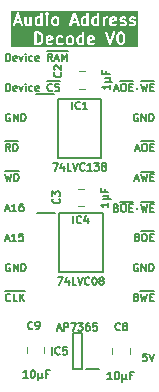
<source format=gto>
%TF.GenerationSoftware,KiCad,Pcbnew,8.0.7*%
%TF.CreationDate,2025-01-03T10:35:11+02:00*%
%TF.ProjectId,Sound Address Decode,536f756e-6420-4416-9464-726573732044,rev?*%
%TF.SameCoordinates,Original*%
%TF.FileFunction,Legend,Top*%
%TF.FilePolarity,Positive*%
%FSLAX46Y46*%
G04 Gerber Fmt 4.6, Leading zero omitted, Abs format (unit mm)*
G04 Created by KiCad (PCBNEW 8.0.7) date 2025-01-03 10:35:11*
%MOMM*%
%LPD*%
G01*
G04 APERTURE LIST*
%ADD10C,0.150000*%
%ADD11C,0.200000*%
%ADD12C,0.120000*%
G04 APERTURE END LIST*
D10*
X12425935Y-22813344D02*
X12516649Y-22843582D01*
X12516649Y-22843582D02*
X12546887Y-22873820D01*
X12546887Y-22873820D02*
X12577125Y-22934296D01*
X12577125Y-22934296D02*
X12577125Y-23025010D01*
X12577125Y-23025010D02*
X12546887Y-23085486D01*
X12546887Y-23085486D02*
X12516649Y-23115725D01*
X12516649Y-23115725D02*
X12456173Y-23145963D01*
X12456173Y-23145963D02*
X12214268Y-23145963D01*
X12214268Y-23145963D02*
X12214268Y-22510963D01*
X12214268Y-22510963D02*
X12425935Y-22510963D01*
X12425935Y-22510963D02*
X12486411Y-22541201D01*
X12486411Y-22541201D02*
X12516649Y-22571439D01*
X12516649Y-22571439D02*
X12546887Y-22631915D01*
X12546887Y-22631915D02*
X12546887Y-22692391D01*
X12546887Y-22692391D02*
X12516649Y-22752867D01*
X12516649Y-22752867D02*
X12486411Y-22783105D01*
X12486411Y-22783105D02*
X12425935Y-22813344D01*
X12425935Y-22813344D02*
X12214268Y-22813344D01*
X12788792Y-22510963D02*
X12939982Y-23145963D01*
X12939982Y-23145963D02*
X13060935Y-22692391D01*
X13060935Y-22692391D02*
X13181887Y-23145963D01*
X13181887Y-23145963D02*
X13333078Y-22510963D01*
X13574982Y-22813344D02*
X13786649Y-22813344D01*
X13877363Y-23145963D02*
X13574982Y-23145963D01*
X13574982Y-23145963D02*
X13574982Y-22510963D01*
X13574982Y-22510963D02*
X13877363Y-22510963D01*
X12761578Y-22334675D02*
X13934816Y-22334675D01*
X13302839Y-27590963D02*
X13000458Y-27590963D01*
X13000458Y-27590963D02*
X12970220Y-27893344D01*
X12970220Y-27893344D02*
X13000458Y-27863105D01*
X13000458Y-27863105D02*
X13060934Y-27832867D01*
X13060934Y-27832867D02*
X13212125Y-27832867D01*
X13212125Y-27832867D02*
X13272601Y-27863105D01*
X13272601Y-27863105D02*
X13302839Y-27893344D01*
X13302839Y-27893344D02*
X13333077Y-27953820D01*
X13333077Y-27953820D02*
X13333077Y-28105010D01*
X13333077Y-28105010D02*
X13302839Y-28165486D01*
X13302839Y-28165486D02*
X13272601Y-28195725D01*
X13272601Y-28195725D02*
X13212125Y-28225963D01*
X13212125Y-28225963D02*
X13060934Y-28225963D01*
X13060934Y-28225963D02*
X13000458Y-28195725D01*
X13000458Y-28195725D02*
X12970220Y-28165486D01*
X13514506Y-27590963D02*
X13726172Y-28225963D01*
X13726172Y-28225963D02*
X13937839Y-27590963D01*
X12546887Y-7301201D02*
X12486411Y-7270963D01*
X12486411Y-7270963D02*
X12395697Y-7270963D01*
X12395697Y-7270963D02*
X12304982Y-7301201D01*
X12304982Y-7301201D02*
X12244506Y-7361677D01*
X12244506Y-7361677D02*
X12214268Y-7422153D01*
X12214268Y-7422153D02*
X12184030Y-7543105D01*
X12184030Y-7543105D02*
X12184030Y-7633820D01*
X12184030Y-7633820D02*
X12214268Y-7754772D01*
X12214268Y-7754772D02*
X12244506Y-7815248D01*
X12244506Y-7815248D02*
X12304982Y-7875725D01*
X12304982Y-7875725D02*
X12395697Y-7905963D01*
X12395697Y-7905963D02*
X12456173Y-7905963D01*
X12456173Y-7905963D02*
X12546887Y-7875725D01*
X12546887Y-7875725D02*
X12577125Y-7845486D01*
X12577125Y-7845486D02*
X12577125Y-7633820D01*
X12577125Y-7633820D02*
X12456173Y-7633820D01*
X12849268Y-7905963D02*
X12849268Y-7270963D01*
X12849268Y-7270963D02*
X13212125Y-7905963D01*
X13212125Y-7905963D02*
X13212125Y-7270963D01*
X13514506Y-7905963D02*
X13514506Y-7270963D01*
X13514506Y-7270963D02*
X13665696Y-7270963D01*
X13665696Y-7270963D02*
X13756411Y-7301201D01*
X13756411Y-7301201D02*
X13816887Y-7361677D01*
X13816887Y-7361677D02*
X13847125Y-7422153D01*
X13847125Y-7422153D02*
X13877363Y-7543105D01*
X13877363Y-7543105D02*
X13877363Y-7633820D01*
X13877363Y-7633820D02*
X13847125Y-7754772D01*
X13847125Y-7754772D02*
X13816887Y-7815248D01*
X13816887Y-7815248D02*
X13756411Y-7875725D01*
X13756411Y-7875725D02*
X13665696Y-7905963D01*
X13665696Y-7905963D02*
X13514506Y-7905963D01*
X10576572Y-5184534D02*
X10878953Y-5184534D01*
X10516096Y-5365963D02*
X10727762Y-4730963D01*
X10727762Y-4730963D02*
X10939429Y-5365963D01*
X11272048Y-4730963D02*
X11393001Y-4730963D01*
X11393001Y-4730963D02*
X11453477Y-4761201D01*
X11453477Y-4761201D02*
X11513953Y-4821677D01*
X11513953Y-4821677D02*
X11544191Y-4942629D01*
X11544191Y-4942629D02*
X11544191Y-5154296D01*
X11544191Y-5154296D02*
X11513953Y-5275248D01*
X11513953Y-5275248D02*
X11453477Y-5335725D01*
X11453477Y-5335725D02*
X11393001Y-5365963D01*
X11393001Y-5365963D02*
X11272048Y-5365963D01*
X11272048Y-5365963D02*
X11211572Y-5335725D01*
X11211572Y-5335725D02*
X11151096Y-5275248D01*
X11151096Y-5275248D02*
X11120858Y-5154296D01*
X11120858Y-5154296D02*
X11120858Y-4942629D01*
X11120858Y-4942629D02*
X11151096Y-4821677D01*
X11151096Y-4821677D02*
X11211572Y-4761201D01*
X11211572Y-4761201D02*
X11272048Y-4730963D01*
X11816334Y-5033344D02*
X12028001Y-5033344D01*
X12118715Y-5365963D02*
X11816334Y-5365963D01*
X11816334Y-5365963D02*
X11816334Y-4730963D01*
X11816334Y-4730963D02*
X12118715Y-4730963D01*
X11063406Y-4554675D02*
X12176168Y-4554675D01*
X12481572Y-5093820D02*
X12451334Y-5124058D01*
X12451334Y-5124058D02*
X12481572Y-5154296D01*
X12481572Y-5154296D02*
X12511810Y-5124058D01*
X12511810Y-5124058D02*
X12481572Y-5093820D01*
X12481572Y-5093820D02*
X12481572Y-5154296D01*
X12814192Y-4730963D02*
X12965382Y-5365963D01*
X12965382Y-5365963D02*
X13086335Y-4912391D01*
X13086335Y-4912391D02*
X13207287Y-5365963D01*
X13207287Y-5365963D02*
X13358478Y-4730963D01*
X13600382Y-5033344D02*
X13812049Y-5033344D01*
X13902763Y-5365963D02*
X13600382Y-5365963D01*
X13600382Y-5365963D02*
X13600382Y-4730963D01*
X13600382Y-4730963D02*
X13902763Y-4730963D01*
X12786978Y-4554675D02*
X13960216Y-4554675D01*
X1725493Y-20001201D02*
X1665017Y-19970963D01*
X1665017Y-19970963D02*
X1574303Y-19970963D01*
X1574303Y-19970963D02*
X1483588Y-20001201D01*
X1483588Y-20001201D02*
X1423112Y-20061677D01*
X1423112Y-20061677D02*
X1392874Y-20122153D01*
X1392874Y-20122153D02*
X1362636Y-20243105D01*
X1362636Y-20243105D02*
X1362636Y-20333820D01*
X1362636Y-20333820D02*
X1392874Y-20454772D01*
X1392874Y-20454772D02*
X1423112Y-20515248D01*
X1423112Y-20515248D02*
X1483588Y-20575725D01*
X1483588Y-20575725D02*
X1574303Y-20605963D01*
X1574303Y-20605963D02*
X1634779Y-20605963D01*
X1634779Y-20605963D02*
X1725493Y-20575725D01*
X1725493Y-20575725D02*
X1755731Y-20545486D01*
X1755731Y-20545486D02*
X1755731Y-20333820D01*
X1755731Y-20333820D02*
X1634779Y-20333820D01*
X2027874Y-20605963D02*
X2027874Y-19970963D01*
X2027874Y-19970963D02*
X2390731Y-20605963D01*
X2390731Y-20605963D02*
X2390731Y-19970963D01*
X2693112Y-20605963D02*
X2693112Y-19970963D01*
X2693112Y-19970963D02*
X2844302Y-19970963D01*
X2844302Y-19970963D02*
X2935017Y-20001201D01*
X2935017Y-20001201D02*
X2995493Y-20061677D01*
X2995493Y-20061677D02*
X3025731Y-20122153D01*
X3025731Y-20122153D02*
X3055969Y-20243105D01*
X3055969Y-20243105D02*
X3055969Y-20333820D01*
X3055969Y-20333820D02*
X3025731Y-20454772D01*
X3025731Y-20454772D02*
X2995493Y-20515248D01*
X2995493Y-20515248D02*
X2935017Y-20575725D01*
X2935017Y-20575725D02*
X2844302Y-20605963D01*
X2844302Y-20605963D02*
X2693112Y-20605963D01*
X1392874Y-2825963D02*
X1392874Y-2190963D01*
X1392874Y-2190963D02*
X1544064Y-2190963D01*
X1544064Y-2190963D02*
X1634779Y-2221201D01*
X1634779Y-2221201D02*
X1695255Y-2281677D01*
X1695255Y-2281677D02*
X1725493Y-2342153D01*
X1725493Y-2342153D02*
X1755731Y-2463105D01*
X1755731Y-2463105D02*
X1755731Y-2553820D01*
X1755731Y-2553820D02*
X1725493Y-2674772D01*
X1725493Y-2674772D02*
X1695255Y-2735248D01*
X1695255Y-2735248D02*
X1634779Y-2795725D01*
X1634779Y-2795725D02*
X1544064Y-2825963D01*
X1544064Y-2825963D02*
X1392874Y-2825963D01*
X2269779Y-2795725D02*
X2209303Y-2825963D01*
X2209303Y-2825963D02*
X2088350Y-2825963D01*
X2088350Y-2825963D02*
X2027874Y-2795725D01*
X2027874Y-2795725D02*
X1997636Y-2735248D01*
X1997636Y-2735248D02*
X1997636Y-2493344D01*
X1997636Y-2493344D02*
X2027874Y-2432867D01*
X2027874Y-2432867D02*
X2088350Y-2402629D01*
X2088350Y-2402629D02*
X2209303Y-2402629D01*
X2209303Y-2402629D02*
X2269779Y-2432867D01*
X2269779Y-2432867D02*
X2300017Y-2493344D01*
X2300017Y-2493344D02*
X2300017Y-2553820D01*
X2300017Y-2553820D02*
X1997636Y-2614296D01*
X2511684Y-2402629D02*
X2662874Y-2825963D01*
X2662874Y-2825963D02*
X2814065Y-2402629D01*
X3055970Y-2825963D02*
X3055970Y-2402629D01*
X3055970Y-2190963D02*
X3025732Y-2221201D01*
X3025732Y-2221201D02*
X3055970Y-2251439D01*
X3055970Y-2251439D02*
X3086208Y-2221201D01*
X3086208Y-2221201D02*
X3055970Y-2190963D01*
X3055970Y-2190963D02*
X3055970Y-2251439D01*
X3630494Y-2795725D02*
X3570018Y-2825963D01*
X3570018Y-2825963D02*
X3449065Y-2825963D01*
X3449065Y-2825963D02*
X3388589Y-2795725D01*
X3388589Y-2795725D02*
X3358351Y-2765486D01*
X3358351Y-2765486D02*
X3328113Y-2705010D01*
X3328113Y-2705010D02*
X3328113Y-2523582D01*
X3328113Y-2523582D02*
X3358351Y-2463105D01*
X3358351Y-2463105D02*
X3388589Y-2432867D01*
X3388589Y-2432867D02*
X3449065Y-2402629D01*
X3449065Y-2402629D02*
X3570018Y-2402629D01*
X3570018Y-2402629D02*
X3630494Y-2432867D01*
X4144542Y-2795725D02*
X4084066Y-2825963D01*
X4084066Y-2825963D02*
X3963113Y-2825963D01*
X3963113Y-2825963D02*
X3902637Y-2795725D01*
X3902637Y-2795725D02*
X3872399Y-2735248D01*
X3872399Y-2735248D02*
X3872399Y-2493344D01*
X3872399Y-2493344D02*
X3902637Y-2432867D01*
X3902637Y-2432867D02*
X3963113Y-2402629D01*
X3963113Y-2402629D02*
X4084066Y-2402629D01*
X4084066Y-2402629D02*
X4144542Y-2432867D01*
X4144542Y-2432867D02*
X4174780Y-2493344D01*
X4174780Y-2493344D02*
X4174780Y-2553820D01*
X4174780Y-2553820D02*
X3872399Y-2614296D01*
X5293590Y-2825963D02*
X5081923Y-2523582D01*
X4930733Y-2825963D02*
X4930733Y-2190963D01*
X4930733Y-2190963D02*
X5172638Y-2190963D01*
X5172638Y-2190963D02*
X5233114Y-2221201D01*
X5233114Y-2221201D02*
X5263352Y-2251439D01*
X5263352Y-2251439D02*
X5293590Y-2311915D01*
X5293590Y-2311915D02*
X5293590Y-2402629D01*
X5293590Y-2402629D02*
X5263352Y-2463105D01*
X5263352Y-2463105D02*
X5233114Y-2493344D01*
X5233114Y-2493344D02*
X5172638Y-2523582D01*
X5172638Y-2523582D02*
X4930733Y-2523582D01*
X5535495Y-2644534D02*
X5837876Y-2644534D01*
X5475019Y-2825963D02*
X5686685Y-2190963D01*
X5686685Y-2190963D02*
X5898352Y-2825963D01*
X6110019Y-2825963D02*
X6110019Y-2190963D01*
X6110019Y-2190963D02*
X6321686Y-2644534D01*
X6321686Y-2644534D02*
X6533352Y-2190963D01*
X6533352Y-2190963D02*
X6533352Y-2825963D01*
X4843043Y-2014675D02*
X6621043Y-2014675D01*
X1755731Y-23085486D02*
X1725493Y-23115725D01*
X1725493Y-23115725D02*
X1634779Y-23145963D01*
X1634779Y-23145963D02*
X1574303Y-23145963D01*
X1574303Y-23145963D02*
X1483588Y-23115725D01*
X1483588Y-23115725D02*
X1423112Y-23055248D01*
X1423112Y-23055248D02*
X1392874Y-22994772D01*
X1392874Y-22994772D02*
X1362636Y-22873820D01*
X1362636Y-22873820D02*
X1362636Y-22783105D01*
X1362636Y-22783105D02*
X1392874Y-22662153D01*
X1392874Y-22662153D02*
X1423112Y-22601677D01*
X1423112Y-22601677D02*
X1483588Y-22541201D01*
X1483588Y-22541201D02*
X1574303Y-22510963D01*
X1574303Y-22510963D02*
X1634779Y-22510963D01*
X1634779Y-22510963D02*
X1725493Y-22541201D01*
X1725493Y-22541201D02*
X1755731Y-22571439D01*
X2330255Y-23145963D02*
X2027874Y-23145963D01*
X2027874Y-23145963D02*
X2027874Y-22510963D01*
X2541922Y-23145963D02*
X2541922Y-22510963D01*
X2904779Y-23145963D02*
X2632636Y-22783105D01*
X2904779Y-22510963D02*
X2541922Y-22873820D01*
X1305184Y-22334675D02*
X2962232Y-22334675D01*
X1337236Y-17884534D02*
X1639617Y-17884534D01*
X1276760Y-18065963D02*
X1488426Y-17430963D01*
X1488426Y-17430963D02*
X1700093Y-18065963D01*
X2244379Y-18065963D02*
X1881522Y-18065963D01*
X2062950Y-18065963D02*
X2062950Y-17430963D01*
X2062950Y-17430963D02*
X2002474Y-17521677D01*
X2002474Y-17521677D02*
X1941998Y-17582153D01*
X1941998Y-17582153D02*
X1881522Y-17612391D01*
X2818903Y-17430963D02*
X2516522Y-17430963D01*
X2516522Y-17430963D02*
X2486284Y-17733344D01*
X2486284Y-17733344D02*
X2516522Y-17703105D01*
X2516522Y-17703105D02*
X2576998Y-17672867D01*
X2576998Y-17672867D02*
X2728189Y-17672867D01*
X2728189Y-17672867D02*
X2788665Y-17703105D01*
X2788665Y-17703105D02*
X2818903Y-17733344D01*
X2818903Y-17733344D02*
X2849141Y-17793820D01*
X2849141Y-17793820D02*
X2849141Y-17945010D01*
X2849141Y-17945010D02*
X2818903Y-18005486D01*
X2818903Y-18005486D02*
X2788665Y-18035725D01*
X2788665Y-18035725D02*
X2728189Y-18065963D01*
X2728189Y-18065963D02*
X2576998Y-18065963D01*
X2576998Y-18065963D02*
X2516522Y-18035725D01*
X2516522Y-18035725D02*
X2486284Y-18005486D01*
X1306998Y-12350963D02*
X1458188Y-12985963D01*
X1458188Y-12985963D02*
X1579141Y-12532391D01*
X1579141Y-12532391D02*
X1700093Y-12985963D01*
X1700093Y-12985963D02*
X1851284Y-12350963D01*
X2093188Y-12985963D02*
X2093188Y-12350963D01*
X2093188Y-12350963D02*
X2244378Y-12350963D01*
X2244378Y-12350963D02*
X2335093Y-12381201D01*
X2335093Y-12381201D02*
X2395569Y-12441677D01*
X2395569Y-12441677D02*
X2425807Y-12502153D01*
X2425807Y-12502153D02*
X2456045Y-12623105D01*
X2456045Y-12623105D02*
X2456045Y-12713820D01*
X2456045Y-12713820D02*
X2425807Y-12834772D01*
X2425807Y-12834772D02*
X2395569Y-12895248D01*
X2395569Y-12895248D02*
X2335093Y-12955725D01*
X2335093Y-12955725D02*
X2244378Y-12985963D01*
X2244378Y-12985963D02*
X2093188Y-12985963D01*
X1279784Y-12174675D02*
X2513498Y-12174675D01*
X12360620Y-10264534D02*
X12663001Y-10264534D01*
X12300144Y-10445963D02*
X12511810Y-9810963D01*
X12511810Y-9810963D02*
X12723477Y-10445963D01*
X13056096Y-9810963D02*
X13177049Y-9810963D01*
X13177049Y-9810963D02*
X13237525Y-9841201D01*
X13237525Y-9841201D02*
X13298001Y-9901677D01*
X13298001Y-9901677D02*
X13328239Y-10022629D01*
X13328239Y-10022629D02*
X13328239Y-10234296D01*
X13328239Y-10234296D02*
X13298001Y-10355248D01*
X13298001Y-10355248D02*
X13237525Y-10415725D01*
X13237525Y-10415725D02*
X13177049Y-10445963D01*
X13177049Y-10445963D02*
X13056096Y-10445963D01*
X13056096Y-10445963D02*
X12995620Y-10415725D01*
X12995620Y-10415725D02*
X12935144Y-10355248D01*
X12935144Y-10355248D02*
X12904906Y-10234296D01*
X12904906Y-10234296D02*
X12904906Y-10022629D01*
X12904906Y-10022629D02*
X12935144Y-9901677D01*
X12935144Y-9901677D02*
X12995620Y-9841201D01*
X12995620Y-9841201D02*
X13056096Y-9810963D01*
X13600382Y-10113344D02*
X13812049Y-10113344D01*
X13902763Y-10445963D02*
X13600382Y-10445963D01*
X13600382Y-10445963D02*
X13600382Y-9810963D01*
X13600382Y-9810963D02*
X13902763Y-9810963D01*
X12847454Y-9634675D02*
X13960216Y-9634675D01*
X10727763Y-15244144D02*
X10818477Y-15274382D01*
X10818477Y-15274382D02*
X10848715Y-15304620D01*
X10848715Y-15304620D02*
X10878953Y-15365096D01*
X10878953Y-15365096D02*
X10878953Y-15455810D01*
X10878953Y-15455810D02*
X10848715Y-15516286D01*
X10848715Y-15516286D02*
X10818477Y-15546525D01*
X10818477Y-15546525D02*
X10758001Y-15576763D01*
X10758001Y-15576763D02*
X10516096Y-15576763D01*
X10516096Y-15576763D02*
X10516096Y-14941763D01*
X10516096Y-14941763D02*
X10727763Y-14941763D01*
X10727763Y-14941763D02*
X10788239Y-14972001D01*
X10788239Y-14972001D02*
X10818477Y-15002239D01*
X10818477Y-15002239D02*
X10848715Y-15062715D01*
X10848715Y-15062715D02*
X10848715Y-15123191D01*
X10848715Y-15123191D02*
X10818477Y-15183667D01*
X10818477Y-15183667D02*
X10788239Y-15213905D01*
X10788239Y-15213905D02*
X10727763Y-15244144D01*
X10727763Y-15244144D02*
X10516096Y-15244144D01*
X11272048Y-14941763D02*
X11393001Y-14941763D01*
X11393001Y-14941763D02*
X11453477Y-14972001D01*
X11453477Y-14972001D02*
X11513953Y-15032477D01*
X11513953Y-15032477D02*
X11544191Y-15153429D01*
X11544191Y-15153429D02*
X11544191Y-15365096D01*
X11544191Y-15365096D02*
X11513953Y-15486048D01*
X11513953Y-15486048D02*
X11453477Y-15546525D01*
X11453477Y-15546525D02*
X11393001Y-15576763D01*
X11393001Y-15576763D02*
X11272048Y-15576763D01*
X11272048Y-15576763D02*
X11211572Y-15546525D01*
X11211572Y-15546525D02*
X11151096Y-15486048D01*
X11151096Y-15486048D02*
X11120858Y-15365096D01*
X11120858Y-15365096D02*
X11120858Y-15153429D01*
X11120858Y-15153429D02*
X11151096Y-15032477D01*
X11151096Y-15032477D02*
X11211572Y-14972001D01*
X11211572Y-14972001D02*
X11272048Y-14941763D01*
X11816334Y-15244144D02*
X12028001Y-15244144D01*
X12118715Y-15576763D02*
X11816334Y-15576763D01*
X11816334Y-15576763D02*
X11816334Y-14941763D01*
X11816334Y-14941763D02*
X12118715Y-14941763D01*
X11063406Y-14765475D02*
X12176168Y-14765475D01*
X12481572Y-15304620D02*
X12451334Y-15334858D01*
X12451334Y-15334858D02*
X12481572Y-15365096D01*
X12481572Y-15365096D02*
X12511810Y-15334858D01*
X12511810Y-15334858D02*
X12481572Y-15304620D01*
X12481572Y-15304620D02*
X12481572Y-15365096D01*
X12814192Y-14941763D02*
X12965382Y-15576763D01*
X12965382Y-15576763D02*
X13086335Y-15123191D01*
X13086335Y-15123191D02*
X13207287Y-15576763D01*
X13207287Y-15576763D02*
X13358478Y-14941763D01*
X13600382Y-15244144D02*
X13812049Y-15244144D01*
X13902763Y-15576763D02*
X13600382Y-15576763D01*
X13600382Y-15576763D02*
X13600382Y-14941763D01*
X13600382Y-14941763D02*
X13902763Y-14941763D01*
X12786978Y-14765475D02*
X13960216Y-14765475D01*
X1392874Y-5365963D02*
X1392874Y-4730963D01*
X1392874Y-4730963D02*
X1544064Y-4730963D01*
X1544064Y-4730963D02*
X1634779Y-4761201D01*
X1634779Y-4761201D02*
X1695255Y-4821677D01*
X1695255Y-4821677D02*
X1725493Y-4882153D01*
X1725493Y-4882153D02*
X1755731Y-5003105D01*
X1755731Y-5003105D02*
X1755731Y-5093820D01*
X1755731Y-5093820D02*
X1725493Y-5214772D01*
X1725493Y-5214772D02*
X1695255Y-5275248D01*
X1695255Y-5275248D02*
X1634779Y-5335725D01*
X1634779Y-5335725D02*
X1544064Y-5365963D01*
X1544064Y-5365963D02*
X1392874Y-5365963D01*
X2269779Y-5335725D02*
X2209303Y-5365963D01*
X2209303Y-5365963D02*
X2088350Y-5365963D01*
X2088350Y-5365963D02*
X2027874Y-5335725D01*
X2027874Y-5335725D02*
X1997636Y-5275248D01*
X1997636Y-5275248D02*
X1997636Y-5033344D01*
X1997636Y-5033344D02*
X2027874Y-4972867D01*
X2027874Y-4972867D02*
X2088350Y-4942629D01*
X2088350Y-4942629D02*
X2209303Y-4942629D01*
X2209303Y-4942629D02*
X2269779Y-4972867D01*
X2269779Y-4972867D02*
X2300017Y-5033344D01*
X2300017Y-5033344D02*
X2300017Y-5093820D01*
X2300017Y-5093820D02*
X1997636Y-5154296D01*
X2511684Y-4942629D02*
X2662874Y-5365963D01*
X2662874Y-5365963D02*
X2814065Y-4942629D01*
X3055970Y-5365963D02*
X3055970Y-4942629D01*
X3055970Y-4730963D02*
X3025732Y-4761201D01*
X3025732Y-4761201D02*
X3055970Y-4791439D01*
X3055970Y-4791439D02*
X3086208Y-4761201D01*
X3086208Y-4761201D02*
X3055970Y-4730963D01*
X3055970Y-4730963D02*
X3055970Y-4791439D01*
X3630494Y-5335725D02*
X3570018Y-5365963D01*
X3570018Y-5365963D02*
X3449065Y-5365963D01*
X3449065Y-5365963D02*
X3388589Y-5335725D01*
X3388589Y-5335725D02*
X3358351Y-5305486D01*
X3358351Y-5305486D02*
X3328113Y-5245010D01*
X3328113Y-5245010D02*
X3328113Y-5063582D01*
X3328113Y-5063582D02*
X3358351Y-5003105D01*
X3358351Y-5003105D02*
X3388589Y-4972867D01*
X3388589Y-4972867D02*
X3449065Y-4942629D01*
X3449065Y-4942629D02*
X3570018Y-4942629D01*
X3570018Y-4942629D02*
X3630494Y-4972867D01*
X4144542Y-5335725D02*
X4084066Y-5365963D01*
X4084066Y-5365963D02*
X3963113Y-5365963D01*
X3963113Y-5365963D02*
X3902637Y-5335725D01*
X3902637Y-5335725D02*
X3872399Y-5275248D01*
X3872399Y-5275248D02*
X3872399Y-5033344D01*
X3872399Y-5033344D02*
X3902637Y-4972867D01*
X3902637Y-4972867D02*
X3963113Y-4942629D01*
X3963113Y-4942629D02*
X4084066Y-4942629D01*
X4084066Y-4942629D02*
X4144542Y-4972867D01*
X4144542Y-4972867D02*
X4174780Y-5033344D01*
X4174780Y-5033344D02*
X4174780Y-5093820D01*
X4174780Y-5093820D02*
X3872399Y-5154296D01*
X5293590Y-5305486D02*
X5263352Y-5335725D01*
X5263352Y-5335725D02*
X5172638Y-5365963D01*
X5172638Y-5365963D02*
X5112162Y-5365963D01*
X5112162Y-5365963D02*
X5021447Y-5335725D01*
X5021447Y-5335725D02*
X4960971Y-5275248D01*
X4960971Y-5275248D02*
X4930733Y-5214772D01*
X4930733Y-5214772D02*
X4900495Y-5093820D01*
X4900495Y-5093820D02*
X4900495Y-5003105D01*
X4900495Y-5003105D02*
X4930733Y-4882153D01*
X4930733Y-4882153D02*
X4960971Y-4821677D01*
X4960971Y-4821677D02*
X5021447Y-4761201D01*
X5021447Y-4761201D02*
X5112162Y-4730963D01*
X5112162Y-4730963D02*
X5172638Y-4730963D01*
X5172638Y-4730963D02*
X5263352Y-4761201D01*
X5263352Y-4761201D02*
X5293590Y-4791439D01*
X5535495Y-5335725D02*
X5626209Y-5365963D01*
X5626209Y-5365963D02*
X5777400Y-5365963D01*
X5777400Y-5365963D02*
X5837876Y-5335725D01*
X5837876Y-5335725D02*
X5868114Y-5305486D01*
X5868114Y-5305486D02*
X5898352Y-5245010D01*
X5898352Y-5245010D02*
X5898352Y-5184534D01*
X5898352Y-5184534D02*
X5868114Y-5124058D01*
X5868114Y-5124058D02*
X5837876Y-5093820D01*
X5837876Y-5093820D02*
X5777400Y-5063582D01*
X5777400Y-5063582D02*
X5656447Y-5033344D01*
X5656447Y-5033344D02*
X5595971Y-5003105D01*
X5595971Y-5003105D02*
X5565733Y-4972867D01*
X5565733Y-4972867D02*
X5535495Y-4912391D01*
X5535495Y-4912391D02*
X5535495Y-4851915D01*
X5535495Y-4851915D02*
X5565733Y-4791439D01*
X5565733Y-4791439D02*
X5595971Y-4761201D01*
X5595971Y-4761201D02*
X5656447Y-4730963D01*
X5656447Y-4730963D02*
X5807638Y-4730963D01*
X5807638Y-4730963D02*
X5898352Y-4761201D01*
X4843043Y-4554675D02*
X5955805Y-4554675D01*
X12486411Y-17733344D02*
X12577125Y-17763582D01*
X12577125Y-17763582D02*
X12607363Y-17793820D01*
X12607363Y-17793820D02*
X12637601Y-17854296D01*
X12637601Y-17854296D02*
X12637601Y-17945010D01*
X12637601Y-17945010D02*
X12607363Y-18005486D01*
X12607363Y-18005486D02*
X12577125Y-18035725D01*
X12577125Y-18035725D02*
X12516649Y-18065963D01*
X12516649Y-18065963D02*
X12274744Y-18065963D01*
X12274744Y-18065963D02*
X12274744Y-17430963D01*
X12274744Y-17430963D02*
X12486411Y-17430963D01*
X12486411Y-17430963D02*
X12546887Y-17461201D01*
X12546887Y-17461201D02*
X12577125Y-17491439D01*
X12577125Y-17491439D02*
X12607363Y-17551915D01*
X12607363Y-17551915D02*
X12607363Y-17612391D01*
X12607363Y-17612391D02*
X12577125Y-17672867D01*
X12577125Y-17672867D02*
X12546887Y-17703105D01*
X12546887Y-17703105D02*
X12486411Y-17733344D01*
X12486411Y-17733344D02*
X12274744Y-17733344D01*
X13030696Y-17430963D02*
X13151649Y-17430963D01*
X13151649Y-17430963D02*
X13212125Y-17461201D01*
X13212125Y-17461201D02*
X13272601Y-17521677D01*
X13272601Y-17521677D02*
X13302839Y-17642629D01*
X13302839Y-17642629D02*
X13302839Y-17854296D01*
X13302839Y-17854296D02*
X13272601Y-17975248D01*
X13272601Y-17975248D02*
X13212125Y-18035725D01*
X13212125Y-18035725D02*
X13151649Y-18065963D01*
X13151649Y-18065963D02*
X13030696Y-18065963D01*
X13030696Y-18065963D02*
X12970220Y-18035725D01*
X12970220Y-18035725D02*
X12909744Y-17975248D01*
X12909744Y-17975248D02*
X12879506Y-17854296D01*
X12879506Y-17854296D02*
X12879506Y-17642629D01*
X12879506Y-17642629D02*
X12909744Y-17521677D01*
X12909744Y-17521677D02*
X12970220Y-17461201D01*
X12970220Y-17461201D02*
X13030696Y-17430963D01*
X13574982Y-17733344D02*
X13786649Y-17733344D01*
X13877363Y-18065963D02*
X13574982Y-18065963D01*
X13574982Y-18065963D02*
X13574982Y-17430963D01*
X13574982Y-17430963D02*
X13877363Y-17430963D01*
X12822054Y-17254675D02*
X13934816Y-17254675D01*
X1725493Y-7301201D02*
X1665017Y-7270963D01*
X1665017Y-7270963D02*
X1574303Y-7270963D01*
X1574303Y-7270963D02*
X1483588Y-7301201D01*
X1483588Y-7301201D02*
X1423112Y-7361677D01*
X1423112Y-7361677D02*
X1392874Y-7422153D01*
X1392874Y-7422153D02*
X1362636Y-7543105D01*
X1362636Y-7543105D02*
X1362636Y-7633820D01*
X1362636Y-7633820D02*
X1392874Y-7754772D01*
X1392874Y-7754772D02*
X1423112Y-7815248D01*
X1423112Y-7815248D02*
X1483588Y-7875725D01*
X1483588Y-7875725D02*
X1574303Y-7905963D01*
X1574303Y-7905963D02*
X1634779Y-7905963D01*
X1634779Y-7905963D02*
X1725493Y-7875725D01*
X1725493Y-7875725D02*
X1755731Y-7845486D01*
X1755731Y-7845486D02*
X1755731Y-7633820D01*
X1755731Y-7633820D02*
X1634779Y-7633820D01*
X2027874Y-7905963D02*
X2027874Y-7270963D01*
X2027874Y-7270963D02*
X2390731Y-7905963D01*
X2390731Y-7905963D02*
X2390731Y-7270963D01*
X2693112Y-7905963D02*
X2693112Y-7270963D01*
X2693112Y-7270963D02*
X2844302Y-7270963D01*
X2844302Y-7270963D02*
X2935017Y-7301201D01*
X2935017Y-7301201D02*
X2995493Y-7361677D01*
X2995493Y-7361677D02*
X3025731Y-7422153D01*
X3025731Y-7422153D02*
X3055969Y-7543105D01*
X3055969Y-7543105D02*
X3055969Y-7633820D01*
X3055969Y-7633820D02*
X3025731Y-7754772D01*
X3025731Y-7754772D02*
X2995493Y-7815248D01*
X2995493Y-7815248D02*
X2935017Y-7875725D01*
X2935017Y-7875725D02*
X2844302Y-7905963D01*
X2844302Y-7905963D02*
X2693112Y-7905963D01*
D11*
G36*
X4208836Y-526240D02*
G01*
X4275909Y-593313D01*
X4311361Y-664218D01*
X4353332Y-832099D01*
X4353332Y-950337D01*
X4311361Y-1118218D01*
X4275908Y-1189124D01*
X4208837Y-1256197D01*
X4103772Y-1291219D01*
X3981904Y-1291219D01*
X3981904Y-491219D01*
X4103772Y-491219D01*
X4208836Y-526240D01*
G37*
G36*
X5188320Y-846707D02*
G01*
X5205770Y-881607D01*
X4934285Y-935904D01*
X4934285Y-891016D01*
X4956440Y-846706D01*
X5000749Y-824552D01*
X5144011Y-824552D01*
X5188320Y-846707D01*
G37*
G36*
X6917906Y-854357D02*
G01*
X6942575Y-879025D01*
X6972380Y-938635D01*
X6972380Y-1177135D01*
X6942575Y-1236743D01*
X6917906Y-1261413D01*
X6858297Y-1291219D01*
X6762654Y-1291219D01*
X6703044Y-1261414D01*
X6678377Y-1236746D01*
X6648571Y-1177134D01*
X6648571Y-938635D01*
X6678376Y-879025D01*
X6703044Y-854356D01*
X6762654Y-824552D01*
X6858297Y-824552D01*
X6917906Y-854357D01*
G37*
G36*
X7829523Y-833974D02*
G01*
X7829523Y-1281796D01*
X7810678Y-1291219D01*
X7667416Y-1291219D01*
X7607806Y-1261414D01*
X7583139Y-1236746D01*
X7553333Y-1177134D01*
X7553333Y-938635D01*
X7583138Y-879025D01*
X7607806Y-854356D01*
X7667416Y-824552D01*
X7810678Y-824552D01*
X7829523Y-833974D01*
G37*
G36*
X8712130Y-846707D02*
G01*
X8729580Y-881607D01*
X8458095Y-935904D01*
X8458095Y-891016D01*
X8480250Y-846706D01*
X8524559Y-824552D01*
X8667821Y-824552D01*
X8712130Y-846707D01*
G37*
G36*
X11203621Y-521024D02*
G01*
X11228290Y-545692D01*
X11263743Y-616599D01*
X11305714Y-784480D01*
X11305714Y-997956D01*
X11263743Y-1165837D01*
X11228290Y-1236743D01*
X11203621Y-1261413D01*
X11144012Y-1291219D01*
X11095988Y-1291219D01*
X11036378Y-1261414D01*
X11011711Y-1236746D01*
X10976256Y-1165837D01*
X10934286Y-997956D01*
X10934286Y-784481D01*
X10976256Y-616599D01*
X11011710Y-545692D01*
X11036378Y-521023D01*
X11095988Y-491219D01*
X11144012Y-491219D01*
X11203621Y-521024D01*
G37*
G36*
X4281904Y775968D02*
G01*
X4281904Y328146D01*
X4263060Y318724D01*
X4119796Y318724D01*
X4060188Y348528D01*
X4035519Y373198D01*
X4005714Y432808D01*
X4005714Y671307D01*
X4035519Y730917D01*
X4060187Y755586D01*
X4119797Y785391D01*
X4263059Y785391D01*
X4281904Y775968D01*
G37*
G36*
X5656001Y755585D02*
G01*
X5680670Y730917D01*
X5710475Y671308D01*
X5710475Y432808D01*
X5680670Y373198D01*
X5655999Y348527D01*
X5596393Y318724D01*
X5500748Y318724D01*
X5441140Y348528D01*
X5416471Y373198D01*
X5386666Y432808D01*
X5386666Y671307D01*
X5416471Y730917D01*
X5441139Y755586D01*
X5500749Y785391D01*
X5596392Y785391D01*
X5656001Y755585D01*
G37*
G36*
X8186666Y775968D02*
G01*
X8186666Y328146D01*
X8167822Y318724D01*
X8024558Y318724D01*
X7964950Y348528D01*
X7940281Y373198D01*
X7910476Y432808D01*
X7910476Y671307D01*
X7940281Y730917D01*
X7964949Y755586D01*
X8024559Y785391D01*
X8167821Y785391D01*
X8186666Y775968D01*
G37*
G36*
X9091428Y775968D02*
G01*
X9091428Y328146D01*
X9072584Y318724D01*
X8929320Y318724D01*
X8869712Y348528D01*
X8845043Y373198D01*
X8815238Y432808D01*
X8815238Y671307D01*
X8845043Y730917D01*
X8869711Y755586D01*
X8929321Y785391D01*
X9072583Y785391D01*
X9091428Y775968D01*
G37*
G36*
X10593083Y763235D02*
G01*
X10610533Y728335D01*
X10339048Y674038D01*
X10339048Y718926D01*
X10361203Y763236D01*
X10405512Y785391D01*
X10548774Y785391D01*
X10593083Y763235D01*
G37*
G36*
X2481257Y604439D02*
G01*
X2282552Y604439D01*
X2381904Y902496D01*
X2481257Y604439D01*
G37*
G36*
X7290781Y604439D02*
G01*
X7092076Y604439D01*
X7191428Y902496D01*
X7290781Y604439D01*
G37*
G36*
X12545397Y-1602330D02*
G01*
X1838245Y-1602330D01*
X1838245Y-391219D01*
X3781904Y-391219D01*
X3781904Y-1391219D01*
X3783825Y-1410728D01*
X3798757Y-1446776D01*
X3826347Y-1474366D01*
X3862395Y-1489298D01*
X3881904Y-1491219D01*
X4119999Y-1491219D01*
X4129872Y-1490246D01*
X4132506Y-1490434D01*
X4135969Y-1489646D01*
X4139508Y-1489298D01*
X4141950Y-1488286D01*
X4151622Y-1486087D01*
X4294478Y-1438468D01*
X4312379Y-1430477D01*
X4315094Y-1428122D01*
X4318414Y-1426747D01*
X4333567Y-1414310D01*
X4428805Y-1319071D01*
X4435097Y-1311404D01*
X4437094Y-1309673D01*
X4438987Y-1306665D01*
X4441242Y-1303918D01*
X4442253Y-1301476D01*
X4447537Y-1293082D01*
X4495156Y-1197845D01*
X4495702Y-1196416D01*
X4496132Y-1195837D01*
X4499053Y-1187660D01*
X4502162Y-1179536D01*
X4502213Y-1178815D01*
X4502727Y-1177377D01*
X4550346Y-986901D01*
X4550846Y-983519D01*
X4551411Y-982156D01*
X4552134Y-974805D01*
X4553214Y-967508D01*
X4552996Y-966049D01*
X4553332Y-962647D01*
X4553332Y-867409D01*
X4734285Y-867409D01*
X4734285Y-1248361D01*
X4736206Y-1267870D01*
X4737581Y-1271190D01*
X4737836Y-1274773D01*
X4744842Y-1293082D01*
X4792461Y-1388321D01*
X4794514Y-1391584D01*
X4795028Y-1393123D01*
X4796690Y-1395039D01*
X4802904Y-1404911D01*
X4812375Y-1413125D01*
X4820592Y-1422600D01*
X4830462Y-1428812D01*
X4832380Y-1430476D01*
X4833920Y-1430989D01*
X4837183Y-1433043D01*
X4932420Y-1480662D01*
X4950729Y-1487668D01*
X4954312Y-1487922D01*
X4957633Y-1489298D01*
X4977142Y-1491219D01*
X5167618Y-1491219D01*
X5187127Y-1489298D01*
X5190447Y-1487922D01*
X5194031Y-1487668D01*
X5212339Y-1480662D01*
X5307577Y-1433043D01*
X5324167Y-1422600D01*
X5349732Y-1393123D01*
X5362070Y-1356107D01*
X5359305Y-1317187D01*
X5341856Y-1282289D01*
X5312379Y-1256724D01*
X5275363Y-1244385D01*
X5236443Y-1247151D01*
X5218134Y-1254157D01*
X5144011Y-1291219D01*
X5000749Y-1291219D01*
X4956439Y-1269064D01*
X4934285Y-1224754D01*
X4934285Y-1139865D01*
X5329981Y-1060726D01*
X5329984Y-1060726D01*
X5329986Y-1060724D01*
X5330086Y-1060705D01*
X5348840Y-1054995D01*
X5356980Y-1049543D01*
X5366032Y-1045794D01*
X5373033Y-1038792D01*
X5381259Y-1033284D01*
X5386693Y-1025132D01*
X5393622Y-1018204D01*
X5397411Y-1009056D01*
X5402903Y-1000819D01*
X5404804Y-991208D01*
X5408554Y-982156D01*
X5410475Y-962647D01*
X5410475Y-915028D01*
X5591428Y-915028D01*
X5591428Y-1200742D01*
X5593349Y-1220251D01*
X5594724Y-1223571D01*
X5594979Y-1227155D01*
X5601985Y-1245463D01*
X5649604Y-1340701D01*
X5654887Y-1349093D01*
X5655899Y-1351537D01*
X5658155Y-1354286D01*
X5660047Y-1357291D01*
X5662041Y-1359020D01*
X5668336Y-1366690D01*
X5715954Y-1414310D01*
X5723622Y-1420603D01*
X5725354Y-1422600D01*
X5728362Y-1424493D01*
X5731108Y-1426747D01*
X5733548Y-1427757D01*
X5741945Y-1433043D01*
X5837182Y-1480662D01*
X5855491Y-1487668D01*
X5859074Y-1487922D01*
X5862395Y-1489298D01*
X5881904Y-1491219D01*
X6072380Y-1491219D01*
X6091889Y-1489298D01*
X6095209Y-1487922D01*
X6098793Y-1487668D01*
X6117101Y-1480662D01*
X6212339Y-1433043D01*
X6228929Y-1422600D01*
X6254494Y-1393123D01*
X6266832Y-1356107D01*
X6264067Y-1317187D01*
X6246618Y-1282289D01*
X6217141Y-1256724D01*
X6180125Y-1244385D01*
X6141205Y-1247151D01*
X6122896Y-1254157D01*
X6048773Y-1291219D01*
X5905511Y-1291219D01*
X5845901Y-1261414D01*
X5821234Y-1236746D01*
X5791428Y-1177134D01*
X5791428Y-938635D01*
X5803232Y-915028D01*
X6448571Y-915028D01*
X6448571Y-1200742D01*
X6450492Y-1220251D01*
X6451867Y-1223571D01*
X6452122Y-1227155D01*
X6459128Y-1245463D01*
X6506747Y-1340701D01*
X6512030Y-1349093D01*
X6513042Y-1351537D01*
X6515298Y-1354286D01*
X6517190Y-1357291D01*
X6519184Y-1359020D01*
X6525479Y-1366690D01*
X6573097Y-1414310D01*
X6580765Y-1420603D01*
X6582497Y-1422600D01*
X6585505Y-1424493D01*
X6588251Y-1426747D01*
X6590691Y-1427757D01*
X6599088Y-1433043D01*
X6694325Y-1480662D01*
X6712634Y-1487668D01*
X6716217Y-1487922D01*
X6719538Y-1489298D01*
X6739047Y-1491219D01*
X6881904Y-1491219D01*
X6901413Y-1489298D01*
X6904733Y-1487922D01*
X6908317Y-1487668D01*
X6926625Y-1480662D01*
X7021863Y-1433043D01*
X7030258Y-1427758D01*
X7032700Y-1426747D01*
X7035447Y-1424491D01*
X7038453Y-1422600D01*
X7040183Y-1420605D01*
X7047853Y-1414310D01*
X7095472Y-1366690D01*
X7101764Y-1359023D01*
X7103761Y-1357292D01*
X7105654Y-1354284D01*
X7107909Y-1351537D01*
X7108920Y-1349095D01*
X7114204Y-1340701D01*
X7161823Y-1245464D01*
X7168829Y-1227155D01*
X7169083Y-1223571D01*
X7170459Y-1220251D01*
X7172380Y-1200742D01*
X7172380Y-915028D01*
X7353333Y-915028D01*
X7353333Y-1200742D01*
X7355254Y-1220251D01*
X7356629Y-1223571D01*
X7356884Y-1227155D01*
X7363890Y-1245463D01*
X7411509Y-1340701D01*
X7416792Y-1349093D01*
X7417804Y-1351537D01*
X7420060Y-1354286D01*
X7421952Y-1357291D01*
X7423946Y-1359020D01*
X7430241Y-1366690D01*
X7477859Y-1414310D01*
X7485527Y-1420603D01*
X7487259Y-1422600D01*
X7490267Y-1424493D01*
X7493013Y-1426747D01*
X7495453Y-1427757D01*
X7503850Y-1433043D01*
X7599087Y-1480662D01*
X7617396Y-1487668D01*
X7620979Y-1487922D01*
X7624300Y-1489298D01*
X7643809Y-1491219D01*
X7834285Y-1491219D01*
X7853794Y-1489298D01*
X7857114Y-1487922D01*
X7860698Y-1487668D01*
X7879006Y-1480662D01*
X7883609Y-1478360D01*
X7910014Y-1489298D01*
X7949032Y-1489298D01*
X7985080Y-1474366D01*
X8012670Y-1446776D01*
X8027602Y-1410728D01*
X8029523Y-1391219D01*
X8029523Y-867409D01*
X8258095Y-867409D01*
X8258095Y-1248361D01*
X8260016Y-1267870D01*
X8261391Y-1271190D01*
X8261646Y-1274773D01*
X8268652Y-1293082D01*
X8316271Y-1388321D01*
X8318324Y-1391584D01*
X8318838Y-1393123D01*
X8320500Y-1395039D01*
X8326714Y-1404911D01*
X8336185Y-1413125D01*
X8344402Y-1422600D01*
X8354272Y-1428812D01*
X8356190Y-1430476D01*
X8357730Y-1430989D01*
X8360993Y-1433043D01*
X8456230Y-1480662D01*
X8474539Y-1487668D01*
X8478122Y-1487922D01*
X8481443Y-1489298D01*
X8500952Y-1491219D01*
X8691428Y-1491219D01*
X8710937Y-1489298D01*
X8714257Y-1487922D01*
X8717841Y-1487668D01*
X8736149Y-1480662D01*
X8831387Y-1433043D01*
X8847977Y-1422600D01*
X8873542Y-1393123D01*
X8885880Y-1356107D01*
X8883115Y-1317187D01*
X8865666Y-1282289D01*
X8836189Y-1256724D01*
X8799173Y-1244385D01*
X8760253Y-1247151D01*
X8741944Y-1254157D01*
X8667821Y-1291219D01*
X8524559Y-1291219D01*
X8480249Y-1269064D01*
X8458095Y-1224754D01*
X8458095Y-1139865D01*
X8853791Y-1060726D01*
X8853794Y-1060726D01*
X8853796Y-1060724D01*
X8853896Y-1060705D01*
X8872650Y-1054995D01*
X8880790Y-1049543D01*
X8889842Y-1045794D01*
X8896843Y-1038792D01*
X8905069Y-1033284D01*
X8910503Y-1025132D01*
X8917432Y-1018204D01*
X8921221Y-1009056D01*
X8926713Y-1000819D01*
X8928614Y-991208D01*
X8932364Y-982156D01*
X8934285Y-962647D01*
X8934285Y-867409D01*
X8932364Y-847900D01*
X8930988Y-844579D01*
X8930734Y-840996D01*
X8923728Y-822687D01*
X8876109Y-727450D01*
X8874054Y-724186D01*
X8873542Y-722648D01*
X8871880Y-720732D01*
X8865666Y-710859D01*
X8856190Y-702641D01*
X8847977Y-693171D01*
X8838105Y-686957D01*
X8836189Y-685295D01*
X8834650Y-684781D01*
X8831387Y-682728D01*
X8736149Y-635109D01*
X8717841Y-628103D01*
X8714257Y-627848D01*
X8710937Y-626473D01*
X8691428Y-624552D01*
X8500952Y-624552D01*
X8481443Y-626473D01*
X8478122Y-627848D01*
X8474539Y-628103D01*
X8456230Y-635109D01*
X8360993Y-682728D01*
X8357729Y-684782D01*
X8356191Y-685295D01*
X8354275Y-686956D01*
X8344402Y-693171D01*
X8336184Y-702646D01*
X8326714Y-710860D01*
X8320500Y-720731D01*
X8318838Y-722648D01*
X8318324Y-724186D01*
X8316271Y-727450D01*
X8268652Y-822688D01*
X8261646Y-840996D01*
X8261391Y-844579D01*
X8260016Y-847900D01*
X8258095Y-867409D01*
X8029523Y-867409D01*
X8029523Y-403726D01*
X9782690Y-403726D01*
X9787037Y-422842D01*
X10120370Y-1422841D01*
X10128361Y-1440742D01*
X10133044Y-1446141D01*
X10136239Y-1452531D01*
X10145710Y-1460746D01*
X10153926Y-1470218D01*
X10160314Y-1473412D01*
X10165715Y-1478096D01*
X10177616Y-1482063D01*
X10188825Y-1487667D01*
X10195949Y-1488173D01*
X10202731Y-1490434D01*
X10215240Y-1489544D01*
X10227745Y-1490434D01*
X10234523Y-1488174D01*
X10241651Y-1487668D01*
X10252867Y-1482059D01*
X10264761Y-1478095D01*
X10270158Y-1473414D01*
X10276550Y-1470218D01*
X10284768Y-1460742D01*
X10294237Y-1452530D01*
X10297430Y-1446143D01*
X10302115Y-1440742D01*
X10310106Y-1422842D01*
X10526996Y-772171D01*
X10734286Y-772171D01*
X10734286Y-1010266D01*
X10734621Y-1013668D01*
X10734404Y-1015127D01*
X10735483Y-1022424D01*
X10736207Y-1029775D01*
X10736771Y-1031138D01*
X10737272Y-1034520D01*
X10784891Y-1224995D01*
X10785404Y-1226432D01*
X10785456Y-1227155D01*
X10788564Y-1235279D01*
X10791486Y-1243456D01*
X10791916Y-1244036D01*
X10792462Y-1245463D01*
X10840081Y-1340701D01*
X10845364Y-1349093D01*
X10846376Y-1351537D01*
X10848632Y-1354286D01*
X10850524Y-1357291D01*
X10852518Y-1359020D01*
X10858813Y-1366690D01*
X10906431Y-1414310D01*
X10914099Y-1420603D01*
X10915831Y-1422600D01*
X10918839Y-1424493D01*
X10921585Y-1426747D01*
X10924025Y-1427757D01*
X10932422Y-1433043D01*
X11027659Y-1480662D01*
X11045968Y-1487668D01*
X11049551Y-1487922D01*
X11052872Y-1489298D01*
X11072381Y-1491219D01*
X11167619Y-1491219D01*
X11187128Y-1489298D01*
X11190448Y-1487922D01*
X11194032Y-1487668D01*
X11212340Y-1480662D01*
X11307578Y-1433043D01*
X11315973Y-1427758D01*
X11318415Y-1426747D01*
X11321162Y-1424491D01*
X11324168Y-1422600D01*
X11325898Y-1420605D01*
X11333568Y-1414310D01*
X11381187Y-1366690D01*
X11387479Y-1359023D01*
X11389476Y-1357292D01*
X11391369Y-1354284D01*
X11393624Y-1351537D01*
X11394635Y-1349095D01*
X11399919Y-1340701D01*
X11447538Y-1245464D01*
X11448084Y-1244035D01*
X11448514Y-1243456D01*
X11451435Y-1235279D01*
X11454544Y-1227155D01*
X11454595Y-1226434D01*
X11455109Y-1224996D01*
X11502728Y-1034520D01*
X11503228Y-1031138D01*
X11503793Y-1029775D01*
X11504516Y-1022424D01*
X11505596Y-1015127D01*
X11505378Y-1013668D01*
X11505714Y-1010266D01*
X11505714Y-772171D01*
X11505378Y-768768D01*
X11505596Y-767310D01*
X11504516Y-760012D01*
X11503793Y-752662D01*
X11503228Y-751298D01*
X11502728Y-747917D01*
X11455109Y-557441D01*
X11454595Y-556002D01*
X11454544Y-555282D01*
X11451435Y-547157D01*
X11448514Y-538981D01*
X11448084Y-538401D01*
X11447538Y-536973D01*
X11399919Y-441736D01*
X11394633Y-433339D01*
X11393623Y-430899D01*
X11391369Y-428153D01*
X11389476Y-425145D01*
X11387478Y-423412D01*
X11381186Y-415746D01*
X11333568Y-368127D01*
X11325897Y-361832D01*
X11324168Y-359838D01*
X11321160Y-357944D01*
X11318414Y-355691D01*
X11315974Y-354680D01*
X11307578Y-349395D01*
X11212340Y-301776D01*
X11194032Y-294770D01*
X11190448Y-294515D01*
X11187128Y-293140D01*
X11167619Y-291219D01*
X11072381Y-291219D01*
X11052872Y-293140D01*
X11049551Y-294515D01*
X11045968Y-294770D01*
X11027659Y-301776D01*
X10932422Y-349395D01*
X10924025Y-354680D01*
X10921585Y-355691D01*
X10918839Y-357944D01*
X10915831Y-359838D01*
X10914098Y-361835D01*
X10906432Y-368128D01*
X10858813Y-415746D01*
X10852518Y-423416D01*
X10850524Y-425146D01*
X10848630Y-428153D01*
X10846377Y-430900D01*
X10845366Y-433339D01*
X10840081Y-441736D01*
X10792462Y-536974D01*
X10791916Y-538400D01*
X10791486Y-538981D01*
X10788564Y-547157D01*
X10785456Y-555282D01*
X10785404Y-556004D01*
X10784891Y-557442D01*
X10737272Y-747917D01*
X10736771Y-751298D01*
X10736207Y-752662D01*
X10735483Y-760012D01*
X10734404Y-767310D01*
X10734621Y-768768D01*
X10734286Y-772171D01*
X10526996Y-772171D01*
X10643439Y-422842D01*
X10647786Y-403727D01*
X10645020Y-364807D01*
X10627570Y-329908D01*
X10598094Y-304343D01*
X10561078Y-292004D01*
X10522158Y-294771D01*
X10487259Y-312220D01*
X10461694Y-341696D01*
X10453703Y-359597D01*
X10215238Y-1074991D01*
X9976773Y-359596D01*
X9968782Y-341696D01*
X9943217Y-312220D01*
X9908318Y-294770D01*
X9869398Y-292004D01*
X9832382Y-304342D01*
X9802906Y-329907D01*
X9785456Y-364806D01*
X9782690Y-403726D01*
X8029523Y-403726D01*
X8029523Y-391219D01*
X8027602Y-371710D01*
X8012670Y-335662D01*
X7985080Y-308072D01*
X7949032Y-293140D01*
X7910014Y-293140D01*
X7873966Y-308072D01*
X7846376Y-335662D01*
X7831444Y-371710D01*
X7829523Y-391219D01*
X7829523Y-624552D01*
X7643809Y-624552D01*
X7624300Y-626473D01*
X7620979Y-627848D01*
X7617396Y-628103D01*
X7599087Y-635109D01*
X7503850Y-682728D01*
X7495453Y-688013D01*
X7493013Y-689024D01*
X7490267Y-691277D01*
X7487259Y-693171D01*
X7485526Y-695168D01*
X7477860Y-701461D01*
X7430241Y-749079D01*
X7423946Y-756749D01*
X7421952Y-758479D01*
X7420058Y-761486D01*
X7417805Y-764233D01*
X7416794Y-766672D01*
X7411509Y-775069D01*
X7363890Y-870307D01*
X7356884Y-888615D01*
X7356629Y-892198D01*
X7355254Y-895519D01*
X7353333Y-915028D01*
X7172380Y-915028D01*
X7170459Y-895519D01*
X7169083Y-892198D01*
X7168829Y-888615D01*
X7161823Y-870306D01*
X7114204Y-775069D01*
X7108918Y-766672D01*
X7107908Y-764232D01*
X7105654Y-761486D01*
X7103761Y-758478D01*
X7101763Y-756745D01*
X7095471Y-749079D01*
X7047853Y-701460D01*
X7040182Y-695165D01*
X7038453Y-693171D01*
X7035445Y-691277D01*
X7032699Y-689024D01*
X7030259Y-688013D01*
X7021863Y-682728D01*
X6926625Y-635109D01*
X6908317Y-628103D01*
X6904733Y-627848D01*
X6901413Y-626473D01*
X6881904Y-624552D01*
X6739047Y-624552D01*
X6719538Y-626473D01*
X6716217Y-627848D01*
X6712634Y-628103D01*
X6694325Y-635109D01*
X6599088Y-682728D01*
X6590691Y-688013D01*
X6588251Y-689024D01*
X6585505Y-691277D01*
X6582497Y-693171D01*
X6580764Y-695168D01*
X6573098Y-701461D01*
X6525479Y-749079D01*
X6519184Y-756749D01*
X6517190Y-758479D01*
X6515296Y-761486D01*
X6513043Y-764233D01*
X6512032Y-766672D01*
X6506747Y-775069D01*
X6459128Y-870307D01*
X6452122Y-888615D01*
X6451867Y-892198D01*
X6450492Y-895519D01*
X6448571Y-915028D01*
X5803232Y-915028D01*
X5821233Y-879025D01*
X5845901Y-854356D01*
X5905511Y-824552D01*
X6048773Y-824552D01*
X6122896Y-861614D01*
X6141205Y-868620D01*
X6180125Y-871386D01*
X6217141Y-859047D01*
X6246618Y-833482D01*
X6264067Y-798584D01*
X6266832Y-759664D01*
X6254494Y-722648D01*
X6228929Y-693171D01*
X6212339Y-682728D01*
X6117101Y-635109D01*
X6098793Y-628103D01*
X6095209Y-627848D01*
X6091889Y-626473D01*
X6072380Y-624552D01*
X5881904Y-624552D01*
X5862395Y-626473D01*
X5859074Y-627848D01*
X5855491Y-628103D01*
X5837182Y-635109D01*
X5741945Y-682728D01*
X5733548Y-688013D01*
X5731108Y-689024D01*
X5728362Y-691277D01*
X5725354Y-693171D01*
X5723621Y-695168D01*
X5715955Y-701461D01*
X5668336Y-749079D01*
X5662041Y-756749D01*
X5660047Y-758479D01*
X5658153Y-761486D01*
X5655900Y-764233D01*
X5654889Y-766672D01*
X5649604Y-775069D01*
X5601985Y-870307D01*
X5594979Y-888615D01*
X5594724Y-892198D01*
X5593349Y-895519D01*
X5591428Y-915028D01*
X5410475Y-915028D01*
X5410475Y-867409D01*
X5408554Y-847900D01*
X5407178Y-844579D01*
X5406924Y-840996D01*
X5399918Y-822687D01*
X5352299Y-727450D01*
X5350244Y-724186D01*
X5349732Y-722648D01*
X5348070Y-720732D01*
X5341856Y-710859D01*
X5332380Y-702641D01*
X5324167Y-693171D01*
X5314295Y-686957D01*
X5312379Y-685295D01*
X5310840Y-684781D01*
X5307577Y-682728D01*
X5212339Y-635109D01*
X5194031Y-628103D01*
X5190447Y-627848D01*
X5187127Y-626473D01*
X5167618Y-624552D01*
X4977142Y-624552D01*
X4957633Y-626473D01*
X4954312Y-627848D01*
X4950729Y-628103D01*
X4932420Y-635109D01*
X4837183Y-682728D01*
X4833919Y-684782D01*
X4832381Y-685295D01*
X4830465Y-686956D01*
X4820592Y-693171D01*
X4812374Y-702646D01*
X4802904Y-710860D01*
X4796690Y-720731D01*
X4795028Y-722648D01*
X4794514Y-724186D01*
X4792461Y-727450D01*
X4744842Y-822688D01*
X4737836Y-840996D01*
X4737581Y-844579D01*
X4736206Y-847900D01*
X4734285Y-867409D01*
X4553332Y-867409D01*
X4553332Y-819790D01*
X4552996Y-816387D01*
X4553214Y-814929D01*
X4552134Y-807631D01*
X4551411Y-800281D01*
X4550846Y-798917D01*
X4550346Y-795536D01*
X4502727Y-605060D01*
X4502213Y-603621D01*
X4502162Y-602901D01*
X4499053Y-594776D01*
X4496132Y-586600D01*
X4495702Y-586020D01*
X4495156Y-584592D01*
X4447537Y-489355D01*
X4442250Y-480956D01*
X4441241Y-478519D01*
X4438989Y-475775D01*
X4437094Y-472764D01*
X4435096Y-471031D01*
X4428805Y-463365D01*
X4333567Y-368127D01*
X4318413Y-355691D01*
X4315094Y-354316D01*
X4312379Y-351961D01*
X4294478Y-343970D01*
X4151622Y-296351D01*
X4141950Y-294151D01*
X4139508Y-293140D01*
X4135969Y-292791D01*
X4132506Y-292004D01*
X4129872Y-292191D01*
X4119999Y-291219D01*
X3881904Y-291219D01*
X3862395Y-293140D01*
X3826347Y-308072D01*
X3798757Y-335662D01*
X3783825Y-371710D01*
X3781904Y-391219D01*
X1838245Y-391219D01*
X1838245Y231231D01*
X1949356Y231231D01*
X1952122Y192311D01*
X1969572Y157412D01*
X1999048Y131847D01*
X2036064Y119509D01*
X2074984Y122275D01*
X2109883Y139725D01*
X2135448Y169201D01*
X2143439Y187101D01*
X2215885Y404439D01*
X2547923Y404439D01*
X2620369Y187102D01*
X2628360Y169201D01*
X2653925Y139725D01*
X2688824Y122276D01*
X2727744Y119509D01*
X2764760Y131848D01*
X2794236Y157413D01*
X2811686Y192312D01*
X2814452Y231232D01*
X2810105Y250347D01*
X2598424Y885391D01*
X2948571Y885391D01*
X2948571Y361582D01*
X2950492Y342073D01*
X2951867Y338752D01*
X2952122Y335169D01*
X2959128Y316861D01*
X3006747Y221623D01*
X3008799Y218362D01*
X3009313Y216822D01*
X3010976Y214904D01*
X3017190Y205033D01*
X3026662Y196817D01*
X3034878Y187345D01*
X3044749Y181131D01*
X3046667Y179468D01*
X3048207Y178954D01*
X3051468Y176902D01*
X3146706Y129282D01*
X3165015Y122275D01*
X3168598Y122020D01*
X3171919Y120645D01*
X3191428Y118724D01*
X3334285Y118724D01*
X3353794Y120645D01*
X3357113Y122020D01*
X3360699Y122275D01*
X3379007Y129282D01*
X3411588Y145573D01*
X3421585Y135577D01*
X3457633Y120645D01*
X3496651Y120645D01*
X3532699Y135577D01*
X3560289Y163167D01*
X3575221Y199215D01*
X3577142Y218724D01*
X3577142Y694915D01*
X3805714Y694915D01*
X3805714Y409201D01*
X3807635Y389692D01*
X3809010Y386371D01*
X3809265Y382788D01*
X3816271Y364480D01*
X3863890Y269242D01*
X3869175Y260845D01*
X3870186Y258406D01*
X3872439Y255659D01*
X3874333Y252652D01*
X3876327Y250922D01*
X3882622Y243252D01*
X3930241Y195634D01*
X3937910Y189339D01*
X3939640Y187345D01*
X3942644Y185453D01*
X3945394Y183197D01*
X3947837Y182185D01*
X3956230Y176902D01*
X4051468Y129282D01*
X4069777Y122275D01*
X4073360Y122020D01*
X4076681Y120645D01*
X4096190Y118724D01*
X4286666Y118724D01*
X4306175Y120645D01*
X4309494Y122020D01*
X4313080Y122275D01*
X4331388Y129282D01*
X4335989Y131582D01*
X4362395Y120645D01*
X4401413Y120645D01*
X4437461Y135577D01*
X4465051Y163167D01*
X4479983Y199215D01*
X4481904Y218724D01*
X4481904Y885391D01*
X4758095Y885391D01*
X4758095Y218724D01*
X4760016Y199215D01*
X4774948Y163167D01*
X4802538Y135577D01*
X4838586Y120645D01*
X4877604Y120645D01*
X4913652Y135577D01*
X4941242Y163167D01*
X4956174Y199215D01*
X4958095Y218724D01*
X4958095Y694915D01*
X5186666Y694915D01*
X5186666Y409201D01*
X5188587Y389692D01*
X5189962Y386371D01*
X5190217Y382788D01*
X5197223Y364480D01*
X5244842Y269242D01*
X5250127Y260845D01*
X5251138Y258406D01*
X5253391Y255659D01*
X5255285Y252652D01*
X5257279Y250922D01*
X5263574Y243252D01*
X5311193Y195634D01*
X5318862Y189339D01*
X5320592Y187345D01*
X5323596Y185453D01*
X5326346Y183197D01*
X5328789Y182185D01*
X5337182Y176902D01*
X5432420Y129282D01*
X5450729Y122275D01*
X5454312Y122020D01*
X5457633Y120645D01*
X5477142Y118724D01*
X5619999Y118724D01*
X5639508Y120645D01*
X5642827Y122020D01*
X5646413Y122275D01*
X5664721Y129282D01*
X5759959Y176902D01*
X5768354Y182186D01*
X5770794Y183197D01*
X5773539Y185450D01*
X5776550Y187345D01*
X5778281Y189341D01*
X5785948Y195633D01*
X5821545Y231231D01*
X6758880Y231231D01*
X6761646Y192311D01*
X6779096Y157412D01*
X6808572Y131847D01*
X6845588Y119509D01*
X6884508Y122275D01*
X6919407Y139725D01*
X6944972Y169201D01*
X6952963Y187101D01*
X7025409Y404439D01*
X7357447Y404439D01*
X7429893Y187102D01*
X7437884Y169201D01*
X7463449Y139725D01*
X7498348Y122276D01*
X7537268Y119509D01*
X7574284Y131848D01*
X7603760Y157413D01*
X7621210Y192312D01*
X7623976Y231232D01*
X7619629Y250347D01*
X7471440Y694915D01*
X7710476Y694915D01*
X7710476Y409201D01*
X7712397Y389692D01*
X7713772Y386371D01*
X7714027Y382788D01*
X7721033Y364480D01*
X7768652Y269242D01*
X7773937Y260845D01*
X7774948Y258406D01*
X7777201Y255659D01*
X7779095Y252652D01*
X7781089Y250922D01*
X7787384Y243252D01*
X7835003Y195634D01*
X7842672Y189339D01*
X7844402Y187345D01*
X7847406Y185453D01*
X7850156Y183197D01*
X7852599Y182185D01*
X7860992Y176902D01*
X7956230Y129282D01*
X7974539Y122275D01*
X7978122Y122020D01*
X7981443Y120645D01*
X8000952Y118724D01*
X8191428Y118724D01*
X8210937Y120645D01*
X8214256Y122020D01*
X8217842Y122275D01*
X8236150Y129282D01*
X8240751Y131582D01*
X8267157Y120645D01*
X8306175Y120645D01*
X8342223Y135577D01*
X8369813Y163167D01*
X8384745Y199215D01*
X8386666Y218724D01*
X8386666Y694915D01*
X8615238Y694915D01*
X8615238Y409201D01*
X8617159Y389692D01*
X8618534Y386371D01*
X8618789Y382788D01*
X8625795Y364480D01*
X8673414Y269242D01*
X8678699Y260845D01*
X8679710Y258406D01*
X8681963Y255659D01*
X8683857Y252652D01*
X8685851Y250922D01*
X8692146Y243252D01*
X8739765Y195634D01*
X8747434Y189339D01*
X8749164Y187345D01*
X8752168Y185453D01*
X8754918Y183197D01*
X8757361Y182185D01*
X8765754Y176902D01*
X8860992Y129282D01*
X8879301Y122275D01*
X8882884Y122020D01*
X8886205Y120645D01*
X8905714Y118724D01*
X9096190Y118724D01*
X9115699Y120645D01*
X9119018Y122020D01*
X9122604Y122275D01*
X9140912Y129282D01*
X9145513Y131582D01*
X9171919Y120645D01*
X9210937Y120645D01*
X9246985Y135577D01*
X9274575Y163167D01*
X9289507Y199215D01*
X9291428Y218724D01*
X9291428Y885391D01*
X9567619Y885391D01*
X9567619Y218724D01*
X9569540Y199215D01*
X9584472Y163167D01*
X9612062Y135577D01*
X9648110Y120645D01*
X9687128Y120645D01*
X9723176Y135577D01*
X9750766Y163167D01*
X9765698Y199215D01*
X9767619Y218724D01*
X9767619Y671307D01*
X9797424Y730917D01*
X9809041Y742534D01*
X10139048Y742534D01*
X10139048Y361582D01*
X10140969Y342073D01*
X10142344Y338752D01*
X10142599Y335169D01*
X10149605Y316861D01*
X10197224Y221623D01*
X10199276Y218362D01*
X10199790Y216822D01*
X10201453Y214904D01*
X10207667Y205033D01*
X10217139Y196817D01*
X10225355Y187345D01*
X10235226Y181131D01*
X10237144Y179468D01*
X10238684Y178954D01*
X10241945Y176902D01*
X10337183Y129282D01*
X10355492Y122275D01*
X10359075Y122020D01*
X10362396Y120645D01*
X10381905Y118724D01*
X10572381Y118724D01*
X10591890Y120645D01*
X10595209Y122020D01*
X10598795Y122275D01*
X10617103Y129282D01*
X10712341Y176902D01*
X10728932Y187345D01*
X10754496Y216822D01*
X10766834Y253838D01*
X10764068Y292758D01*
X10746619Y327656D01*
X10717142Y353221D01*
X10680126Y365559D01*
X10641206Y362793D01*
X10622897Y355786D01*
X10548775Y318724D01*
X10405511Y318724D01*
X10361203Y340878D01*
X10339048Y385189D01*
X10339048Y470077D01*
X10734744Y549217D01*
X10734747Y549217D01*
X10734749Y549218D01*
X10734849Y549238D01*
X10753603Y554948D01*
X10761743Y560399D01*
X10770795Y564149D01*
X10777796Y571150D01*
X10786022Y576659D01*
X10791456Y584810D01*
X10798385Y591739D01*
X10802175Y600888D01*
X10807666Y609124D01*
X10809567Y618734D01*
X10813317Y627787D01*
X10815238Y647296D01*
X10815238Y742534D01*
X10996191Y742534D01*
X10996191Y694915D01*
X10998112Y675406D01*
X10999487Y672085D01*
X10999742Y668502D01*
X11006748Y650194D01*
X11054367Y554956D01*
X11056420Y551692D01*
X11056934Y550154D01*
X11058596Y548237D01*
X11064810Y538366D01*
X11074280Y530152D01*
X11082498Y520677D01*
X11092371Y514462D01*
X11094287Y512801D01*
X11095825Y512288D01*
X11099089Y510234D01*
X11194326Y462615D01*
X11212635Y455609D01*
X11216218Y455354D01*
X11219539Y453979D01*
X11239048Y452058D01*
X11358298Y452058D01*
X11402607Y429902D01*
X11424762Y385594D01*
X11424762Y385189D01*
X11402606Y340878D01*
X11358299Y318724D01*
X11215035Y318724D01*
X11140913Y355786D01*
X11122605Y362793D01*
X11083685Y365559D01*
X11046669Y353221D01*
X11017192Y327656D01*
X10999742Y292758D01*
X10996976Y253838D01*
X11009314Y216822D01*
X11034879Y187345D01*
X11051469Y176902D01*
X11146707Y129282D01*
X11165016Y122275D01*
X11168599Y122020D01*
X11171920Y120645D01*
X11191429Y118724D01*
X11381905Y118724D01*
X11401414Y120645D01*
X11404733Y122020D01*
X11408319Y122275D01*
X11426627Y129282D01*
X11521865Y176902D01*
X11525126Y178954D01*
X11526666Y179468D01*
X11528583Y181130D01*
X11538456Y187345D01*
X11546670Y196817D01*
X11556143Y205032D01*
X11562357Y214904D01*
X11564020Y216822D01*
X11564533Y218361D01*
X11566586Y221623D01*
X11614205Y316860D01*
X11621211Y335169D01*
X11621465Y338752D01*
X11622841Y342073D01*
X11624762Y361582D01*
X11624762Y409201D01*
X11622841Y428710D01*
X11621465Y432030D01*
X11621211Y435614D01*
X11614205Y453923D01*
X11566586Y549160D01*
X11564531Y552423D01*
X11564019Y553962D01*
X11562357Y555877D01*
X11556143Y565751D01*
X11546667Y573968D01*
X11538454Y583439D01*
X11528582Y589652D01*
X11526666Y591315D01*
X11525127Y591828D01*
X11521864Y593882D01*
X11426626Y641501D01*
X11408318Y648507D01*
X11404734Y648761D01*
X11401414Y650137D01*
X11381905Y652058D01*
X11262655Y652058D01*
X11218346Y674212D01*
X11196191Y718522D01*
X11196191Y718926D01*
X11218346Y763236D01*
X11262655Y785391D01*
X11358298Y785391D01*
X11432421Y748329D01*
X11450730Y741323D01*
X11489650Y738557D01*
X11501581Y742534D01*
X11805715Y742534D01*
X11805715Y694915D01*
X11807636Y675406D01*
X11809011Y672085D01*
X11809266Y668502D01*
X11816272Y650194D01*
X11863891Y554956D01*
X11865944Y551692D01*
X11866458Y550154D01*
X11868120Y548237D01*
X11874334Y538366D01*
X11883804Y530152D01*
X11892022Y520677D01*
X11901895Y514462D01*
X11903811Y512801D01*
X11905349Y512288D01*
X11908613Y510234D01*
X12003850Y462615D01*
X12022159Y455609D01*
X12025742Y455354D01*
X12029063Y453979D01*
X12048572Y452058D01*
X12167822Y452058D01*
X12212131Y429902D01*
X12234286Y385594D01*
X12234286Y385189D01*
X12212130Y340878D01*
X12167823Y318724D01*
X12024559Y318724D01*
X11950437Y355786D01*
X11932129Y362793D01*
X11893209Y365559D01*
X11856193Y353221D01*
X11826716Y327656D01*
X11809266Y292758D01*
X11806500Y253838D01*
X11818838Y216822D01*
X11844403Y187345D01*
X11860993Y176902D01*
X11956231Y129282D01*
X11974540Y122275D01*
X11978123Y122020D01*
X11981444Y120645D01*
X12000953Y118724D01*
X12191429Y118724D01*
X12210938Y120645D01*
X12214257Y122020D01*
X12217843Y122275D01*
X12236151Y129282D01*
X12331389Y176902D01*
X12334650Y178954D01*
X12336190Y179468D01*
X12338107Y181130D01*
X12347980Y187345D01*
X12356194Y196817D01*
X12365667Y205032D01*
X12371881Y214904D01*
X12373544Y216822D01*
X12374057Y218361D01*
X12376110Y221623D01*
X12423729Y316860D01*
X12430735Y335169D01*
X12430989Y338752D01*
X12432365Y342073D01*
X12434286Y361582D01*
X12434286Y409201D01*
X12432365Y428710D01*
X12430989Y432030D01*
X12430735Y435614D01*
X12423729Y453923D01*
X12376110Y549160D01*
X12374055Y552423D01*
X12373543Y553962D01*
X12371881Y555877D01*
X12365667Y565751D01*
X12356191Y573968D01*
X12347978Y583439D01*
X12338106Y589652D01*
X12336190Y591315D01*
X12334651Y591828D01*
X12331388Y593882D01*
X12236150Y641501D01*
X12217842Y648507D01*
X12214258Y648761D01*
X12210938Y650137D01*
X12191429Y652058D01*
X12072179Y652058D01*
X12027870Y674212D01*
X12005715Y718522D01*
X12005715Y718926D01*
X12027870Y763236D01*
X12072179Y785391D01*
X12167822Y785391D01*
X12241945Y748329D01*
X12260254Y741323D01*
X12299174Y738557D01*
X12336190Y750896D01*
X12365667Y776461D01*
X12383116Y811359D01*
X12385881Y850279D01*
X12373543Y887295D01*
X12347978Y916772D01*
X12331388Y927215D01*
X12236150Y974834D01*
X12217842Y981840D01*
X12214258Y982094D01*
X12210938Y983470D01*
X12191429Y985391D01*
X12048572Y985391D01*
X12029063Y983470D01*
X12025742Y982094D01*
X12022159Y981840D01*
X12003850Y974834D01*
X11908613Y927215D01*
X11905349Y925160D01*
X11903811Y924648D01*
X11901895Y922986D01*
X11892022Y916772D01*
X11883804Y907296D01*
X11874334Y899083D01*
X11868120Y889211D01*
X11866458Y887295D01*
X11865944Y885756D01*
X11863891Y882493D01*
X11816272Y787255D01*
X11809266Y768947D01*
X11809011Y765363D01*
X11807636Y762043D01*
X11805715Y742534D01*
X11501581Y742534D01*
X11526666Y750896D01*
X11556143Y776461D01*
X11573592Y811359D01*
X11576357Y850279D01*
X11564019Y887295D01*
X11538454Y916772D01*
X11521864Y927215D01*
X11426626Y974834D01*
X11408318Y981840D01*
X11404734Y982094D01*
X11401414Y983470D01*
X11381905Y985391D01*
X11239048Y985391D01*
X11219539Y983470D01*
X11216218Y982094D01*
X11212635Y981840D01*
X11194326Y974834D01*
X11099089Y927215D01*
X11095825Y925160D01*
X11094287Y924648D01*
X11092371Y922986D01*
X11082498Y916772D01*
X11074280Y907296D01*
X11064810Y899083D01*
X11058596Y889211D01*
X11056934Y887295D01*
X11056420Y885756D01*
X11054367Y882493D01*
X11006748Y787255D01*
X10999742Y768947D01*
X10999487Y765363D01*
X10998112Y762043D01*
X10996191Y742534D01*
X10815238Y742534D01*
X10813317Y762043D01*
X10811941Y765363D01*
X10811687Y768947D01*
X10804681Y787256D01*
X10757062Y882493D01*
X10755007Y885756D01*
X10754495Y887295D01*
X10752833Y889210D01*
X10746619Y899084D01*
X10737143Y907301D01*
X10728930Y916772D01*
X10719058Y922985D01*
X10717142Y924648D01*
X10715603Y925161D01*
X10712340Y927215D01*
X10617102Y974834D01*
X10598794Y981840D01*
X10595210Y982094D01*
X10591890Y983470D01*
X10572381Y985391D01*
X10381905Y985391D01*
X10362396Y983470D01*
X10359075Y982094D01*
X10355492Y981840D01*
X10337183Y974834D01*
X10241946Y927215D01*
X10238682Y925160D01*
X10237144Y924648D01*
X10235228Y922986D01*
X10225355Y916772D01*
X10217137Y907296D01*
X10207667Y899083D01*
X10201453Y889211D01*
X10199791Y887295D01*
X10199277Y885756D01*
X10197224Y882493D01*
X10149605Y787255D01*
X10142599Y768947D01*
X10142344Y765363D01*
X10140969Y762043D01*
X10139048Y742534D01*
X9809041Y742534D01*
X9822092Y755586D01*
X9881702Y785391D01*
X9953333Y785391D01*
X9972842Y787312D01*
X10008890Y802244D01*
X10036480Y829834D01*
X10051412Y865882D01*
X10051412Y904900D01*
X10036480Y940948D01*
X10008890Y968538D01*
X9972842Y983470D01*
X9953333Y985391D01*
X9858095Y985391D01*
X9838586Y983470D01*
X9835265Y982094D01*
X9831682Y981840D01*
X9813373Y974834D01*
X9749044Y942669D01*
X9723176Y968538D01*
X9687128Y983470D01*
X9648110Y983470D01*
X9612062Y968538D01*
X9584472Y940948D01*
X9569540Y904900D01*
X9567619Y885391D01*
X9291428Y885391D01*
X9291428Y1218724D01*
X9289507Y1238233D01*
X9274575Y1274281D01*
X9246985Y1301871D01*
X9210937Y1316803D01*
X9171919Y1316803D01*
X9135871Y1301871D01*
X9108281Y1274281D01*
X9093349Y1238233D01*
X9091428Y1218724D01*
X9091428Y985391D01*
X8905714Y985391D01*
X8886205Y983470D01*
X8882884Y982094D01*
X8879301Y981840D01*
X8860992Y974834D01*
X8765755Y927215D01*
X8757358Y921929D01*
X8754918Y920919D01*
X8752172Y918665D01*
X8749164Y916772D01*
X8747431Y914774D01*
X8739765Y908482D01*
X8692146Y860864D01*
X8685851Y853193D01*
X8683857Y851464D01*
X8681963Y848456D01*
X8679710Y845710D01*
X8678699Y843270D01*
X8673414Y834874D01*
X8625795Y739636D01*
X8618789Y721328D01*
X8618534Y717744D01*
X8617159Y714424D01*
X8615238Y694915D01*
X8386666Y694915D01*
X8386666Y1218724D01*
X8384745Y1238233D01*
X8369813Y1274281D01*
X8342223Y1301871D01*
X8306175Y1316803D01*
X8267157Y1316803D01*
X8231109Y1301871D01*
X8203519Y1274281D01*
X8188587Y1238233D01*
X8186666Y1218724D01*
X8186666Y985391D01*
X8000952Y985391D01*
X7981443Y983470D01*
X7978122Y982094D01*
X7974539Y981840D01*
X7956230Y974834D01*
X7860993Y927215D01*
X7852596Y921929D01*
X7850156Y920919D01*
X7847410Y918665D01*
X7844402Y916772D01*
X7842669Y914774D01*
X7835003Y908482D01*
X7787384Y860864D01*
X7781089Y853193D01*
X7779095Y851464D01*
X7777201Y848456D01*
X7774948Y845710D01*
X7773937Y843270D01*
X7768652Y834874D01*
X7721033Y739636D01*
X7714027Y721328D01*
X7713772Y717744D01*
X7712397Y714424D01*
X7710476Y694915D01*
X7471440Y694915D01*
X7286296Y1250347D01*
X7278305Y1268247D01*
X7273620Y1273648D01*
X7270427Y1280035D01*
X7260958Y1288247D01*
X7252740Y1297723D01*
X7246348Y1300919D01*
X7240951Y1305600D01*
X7229057Y1309564D01*
X7217841Y1315173D01*
X7210713Y1315679D01*
X7203935Y1317939D01*
X7191430Y1317049D01*
X7178921Y1317939D01*
X7172139Y1315678D01*
X7165015Y1315172D01*
X7153806Y1309568D01*
X7141905Y1305601D01*
X7136504Y1300917D01*
X7130116Y1297723D01*
X7121900Y1288251D01*
X7112429Y1280036D01*
X7109234Y1273646D01*
X7104551Y1268247D01*
X7096560Y1250346D01*
X6763227Y250347D01*
X6758880Y231231D01*
X5821545Y231231D01*
X5833566Y243252D01*
X5839858Y250918D01*
X5841856Y252651D01*
X5843749Y255659D01*
X5846003Y258405D01*
X5847013Y260845D01*
X5852299Y269242D01*
X5899918Y364479D01*
X5906924Y382788D01*
X5907178Y386371D01*
X5908554Y389692D01*
X5910475Y409201D01*
X5910475Y694915D01*
X5908554Y714424D01*
X5907178Y717744D01*
X5906924Y721328D01*
X5899918Y739637D01*
X5852299Y834874D01*
X5847013Y843270D01*
X5846003Y845711D01*
X5843749Y848456D01*
X5841856Y851465D01*
X5839858Y853197D01*
X5833566Y860864D01*
X5785948Y908483D01*
X5778277Y914777D01*
X5776548Y916772D01*
X5773540Y918665D01*
X5770794Y920919D01*
X5768354Y921929D01*
X5759958Y927215D01*
X5664720Y974834D01*
X5646412Y981840D01*
X5642828Y982094D01*
X5639508Y983470D01*
X5619999Y985391D01*
X5477142Y985391D01*
X5457633Y983470D01*
X5454312Y982094D01*
X5450729Y981840D01*
X5432420Y974834D01*
X5337183Y927215D01*
X5328786Y921929D01*
X5326346Y920919D01*
X5323600Y918665D01*
X5320592Y916772D01*
X5318859Y914774D01*
X5311193Y908482D01*
X5263574Y860864D01*
X5257279Y853193D01*
X5255285Y851464D01*
X5253391Y848456D01*
X5251138Y845710D01*
X5250127Y843270D01*
X5244842Y834874D01*
X5197223Y739636D01*
X5190217Y721328D01*
X5189962Y717744D01*
X5188587Y714424D01*
X5186666Y694915D01*
X4958095Y694915D01*
X4958095Y885391D01*
X4956174Y904900D01*
X4941242Y940948D01*
X4913652Y968538D01*
X4877604Y983470D01*
X4838586Y983470D01*
X4802538Y968538D01*
X4774948Y940948D01*
X4760016Y904900D01*
X4758095Y885391D01*
X4481904Y885391D01*
X4481904Y1190614D01*
X4712397Y1190614D01*
X4712397Y1151596D01*
X4727329Y1115548D01*
X4739765Y1100394D01*
X4787384Y1052776D01*
X4802537Y1040339D01*
X4813095Y1035965D01*
X4838586Y1025407D01*
X4877604Y1025407D01*
X4913652Y1040339D01*
X4928806Y1052775D01*
X4976424Y1100394D01*
X4988861Y1115547D01*
X5003792Y1151596D01*
X5003792Y1190614D01*
X5002308Y1194197D01*
X4988861Y1226663D01*
X4976424Y1241816D01*
X4928806Y1289435D01*
X4913652Y1301871D01*
X4877604Y1316803D01*
X4838586Y1316803D01*
X4813095Y1306244D01*
X4802537Y1301871D01*
X4787384Y1289434D01*
X4739765Y1241816D01*
X4727330Y1226663D01*
X4727329Y1226662D01*
X4712397Y1190614D01*
X4481904Y1190614D01*
X4481904Y1218724D01*
X4479983Y1238233D01*
X4465051Y1274281D01*
X4437461Y1301871D01*
X4401413Y1316803D01*
X4362395Y1316803D01*
X4326347Y1301871D01*
X4298757Y1274281D01*
X4283825Y1238233D01*
X4281904Y1218724D01*
X4281904Y985391D01*
X4096190Y985391D01*
X4076681Y983470D01*
X4073360Y982094D01*
X4069777Y981840D01*
X4051468Y974834D01*
X3956231Y927215D01*
X3947834Y921929D01*
X3945394Y920919D01*
X3942648Y918665D01*
X3939640Y916772D01*
X3937907Y914774D01*
X3930241Y908482D01*
X3882622Y860864D01*
X3876327Y853193D01*
X3874333Y851464D01*
X3872439Y848456D01*
X3870186Y845710D01*
X3869175Y843270D01*
X3863890Y834874D01*
X3816271Y739636D01*
X3809265Y721328D01*
X3809010Y717744D01*
X3807635Y714424D01*
X3805714Y694915D01*
X3577142Y694915D01*
X3577142Y885391D01*
X3575221Y904900D01*
X3560289Y940948D01*
X3532699Y968538D01*
X3496651Y983470D01*
X3457633Y983470D01*
X3421585Y968538D01*
X3393995Y940948D01*
X3379063Y904900D01*
X3377142Y885391D01*
X3377142Y355384D01*
X3370285Y348527D01*
X3310679Y318724D01*
X3215034Y318724D01*
X3170726Y340878D01*
X3148571Y385189D01*
X3148571Y885391D01*
X3146650Y904900D01*
X3131718Y940948D01*
X3104128Y968538D01*
X3068080Y983470D01*
X3029062Y983470D01*
X2993014Y968538D01*
X2965424Y940948D01*
X2950492Y904900D01*
X2948571Y885391D01*
X2598424Y885391D01*
X2476772Y1250347D01*
X2468781Y1268247D01*
X2464096Y1273648D01*
X2460903Y1280035D01*
X2451434Y1288247D01*
X2443216Y1297723D01*
X2436824Y1300919D01*
X2431427Y1305600D01*
X2419533Y1309564D01*
X2408317Y1315173D01*
X2401189Y1315679D01*
X2394411Y1317939D01*
X2381906Y1317049D01*
X2369397Y1317939D01*
X2362615Y1315678D01*
X2355491Y1315172D01*
X2344282Y1309568D01*
X2332381Y1305601D01*
X2326980Y1300917D01*
X2320592Y1297723D01*
X2312376Y1288251D01*
X2302905Y1280036D01*
X2299710Y1273646D01*
X2295027Y1268247D01*
X2287036Y1250346D01*
X1953703Y250347D01*
X1949356Y231231D01*
X1838245Y231231D01*
X1838245Y1429050D01*
X12545397Y1429050D01*
X12545397Y-1602330D01*
G37*
D10*
X12300144Y-12829934D02*
X12602525Y-12829934D01*
X12239668Y-13011363D02*
X12451334Y-12376363D01*
X12451334Y-12376363D02*
X12663001Y-13011363D01*
X12814192Y-12376363D02*
X12965382Y-13011363D01*
X12965382Y-13011363D02*
X13086335Y-12557791D01*
X13086335Y-12557791D02*
X13207287Y-13011363D01*
X13207287Y-13011363D02*
X13358478Y-12376363D01*
X13600382Y-12678744D02*
X13812049Y-12678744D01*
X13902763Y-13011363D02*
X13600382Y-13011363D01*
X13600382Y-13011363D02*
X13600382Y-12376363D01*
X13600382Y-12376363D02*
X13902763Y-12376363D01*
X12786978Y-12200075D02*
X13960216Y-12200075D01*
X12546887Y-20001201D02*
X12486411Y-19970963D01*
X12486411Y-19970963D02*
X12395697Y-19970963D01*
X12395697Y-19970963D02*
X12304982Y-20001201D01*
X12304982Y-20001201D02*
X12244506Y-20061677D01*
X12244506Y-20061677D02*
X12214268Y-20122153D01*
X12214268Y-20122153D02*
X12184030Y-20243105D01*
X12184030Y-20243105D02*
X12184030Y-20333820D01*
X12184030Y-20333820D02*
X12214268Y-20454772D01*
X12214268Y-20454772D02*
X12244506Y-20515248D01*
X12244506Y-20515248D02*
X12304982Y-20575725D01*
X12304982Y-20575725D02*
X12395697Y-20605963D01*
X12395697Y-20605963D02*
X12456173Y-20605963D01*
X12456173Y-20605963D02*
X12546887Y-20575725D01*
X12546887Y-20575725D02*
X12577125Y-20545486D01*
X12577125Y-20545486D02*
X12577125Y-20333820D01*
X12577125Y-20333820D02*
X12456173Y-20333820D01*
X12849268Y-20605963D02*
X12849268Y-19970963D01*
X12849268Y-19970963D02*
X13212125Y-20605963D01*
X13212125Y-20605963D02*
X13212125Y-19970963D01*
X13514506Y-20605963D02*
X13514506Y-19970963D01*
X13514506Y-19970963D02*
X13665696Y-19970963D01*
X13665696Y-19970963D02*
X13756411Y-20001201D01*
X13756411Y-20001201D02*
X13816887Y-20061677D01*
X13816887Y-20061677D02*
X13847125Y-20122153D01*
X13847125Y-20122153D02*
X13877363Y-20243105D01*
X13877363Y-20243105D02*
X13877363Y-20333820D01*
X13877363Y-20333820D02*
X13847125Y-20454772D01*
X13847125Y-20454772D02*
X13816887Y-20515248D01*
X13816887Y-20515248D02*
X13756411Y-20575725D01*
X13756411Y-20575725D02*
X13665696Y-20605963D01*
X13665696Y-20605963D02*
X13514506Y-20605963D01*
X1730331Y-10445963D02*
X1518664Y-10143582D01*
X1367474Y-10445963D02*
X1367474Y-9810963D01*
X1367474Y-9810963D02*
X1609379Y-9810963D01*
X1609379Y-9810963D02*
X1669855Y-9841201D01*
X1669855Y-9841201D02*
X1700093Y-9871439D01*
X1700093Y-9871439D02*
X1730331Y-9931915D01*
X1730331Y-9931915D02*
X1730331Y-10022629D01*
X1730331Y-10022629D02*
X1700093Y-10083105D01*
X1700093Y-10083105D02*
X1669855Y-10113344D01*
X1669855Y-10113344D02*
X1609379Y-10143582D01*
X1609379Y-10143582D02*
X1367474Y-10143582D01*
X2002474Y-10445963D02*
X2002474Y-9810963D01*
X2002474Y-9810963D02*
X2153664Y-9810963D01*
X2153664Y-9810963D02*
X2244379Y-9841201D01*
X2244379Y-9841201D02*
X2304855Y-9901677D01*
X2304855Y-9901677D02*
X2335093Y-9962153D01*
X2335093Y-9962153D02*
X2365331Y-10083105D01*
X2365331Y-10083105D02*
X2365331Y-10173820D01*
X2365331Y-10173820D02*
X2335093Y-10294772D01*
X2335093Y-10294772D02*
X2304855Y-10355248D01*
X2304855Y-10355248D02*
X2244379Y-10415725D01*
X2244379Y-10415725D02*
X2153664Y-10445963D01*
X2153664Y-10445963D02*
X2002474Y-10445963D01*
X1279784Y-9634675D02*
X2422784Y-9634675D01*
X1362636Y-15344534D02*
X1665017Y-15344534D01*
X1302160Y-15525963D02*
X1513826Y-14890963D01*
X1513826Y-14890963D02*
X1725493Y-15525963D01*
X2269779Y-15525963D02*
X1906922Y-15525963D01*
X2088350Y-15525963D02*
X2088350Y-14890963D01*
X2088350Y-14890963D02*
X2027874Y-14981677D01*
X2027874Y-14981677D02*
X1967398Y-15042153D01*
X1967398Y-15042153D02*
X1906922Y-15072391D01*
X2814065Y-14890963D02*
X2693112Y-14890963D01*
X2693112Y-14890963D02*
X2632636Y-14921201D01*
X2632636Y-14921201D02*
X2602398Y-14951439D01*
X2602398Y-14951439D02*
X2541922Y-15042153D01*
X2541922Y-15042153D02*
X2511684Y-15163105D01*
X2511684Y-15163105D02*
X2511684Y-15405010D01*
X2511684Y-15405010D02*
X2541922Y-15465486D01*
X2541922Y-15465486D02*
X2572160Y-15495725D01*
X2572160Y-15495725D02*
X2632636Y-15525963D01*
X2632636Y-15525963D02*
X2753589Y-15525963D01*
X2753589Y-15525963D02*
X2814065Y-15495725D01*
X2814065Y-15495725D02*
X2844303Y-15465486D01*
X2844303Y-15465486D02*
X2874541Y-15405010D01*
X2874541Y-15405010D02*
X2874541Y-15253820D01*
X2874541Y-15253820D02*
X2844303Y-15193344D01*
X2844303Y-15193344D02*
X2814065Y-15163105D01*
X2814065Y-15163105D02*
X2753589Y-15132867D01*
X2753589Y-15132867D02*
X2632636Y-15132867D01*
X2632636Y-15132867D02*
X2572160Y-15163105D01*
X2572160Y-15163105D02*
X2541922Y-15193344D01*
X2541922Y-15193344D02*
X2511684Y-15253820D01*
X7101719Y-16567363D02*
X7101719Y-15932363D01*
X7766957Y-16506886D02*
X7736719Y-16537125D01*
X7736719Y-16537125D02*
X7646005Y-16567363D01*
X7646005Y-16567363D02*
X7585529Y-16567363D01*
X7585529Y-16567363D02*
X7494814Y-16537125D01*
X7494814Y-16537125D02*
X7434338Y-16476648D01*
X7434338Y-16476648D02*
X7404100Y-16416172D01*
X7404100Y-16416172D02*
X7373862Y-16295220D01*
X7373862Y-16295220D02*
X7373862Y-16204505D01*
X7373862Y-16204505D02*
X7404100Y-16083553D01*
X7404100Y-16083553D02*
X7434338Y-16023077D01*
X7434338Y-16023077D02*
X7494814Y-15962601D01*
X7494814Y-15962601D02*
X7585529Y-15932363D01*
X7585529Y-15932363D02*
X7646005Y-15932363D01*
X7646005Y-15932363D02*
X7736719Y-15962601D01*
X7736719Y-15962601D02*
X7766957Y-15992839D01*
X8311243Y-16144029D02*
X8311243Y-16567363D01*
X8160052Y-15902125D02*
X8008862Y-16355696D01*
X8008862Y-16355696D02*
X8401957Y-16355696D01*
X5756123Y-21139363D02*
X6179456Y-21139363D01*
X6179456Y-21139363D02*
X5907313Y-21774363D01*
X6693504Y-21351029D02*
X6693504Y-21774363D01*
X6542313Y-21109125D02*
X6391123Y-21562696D01*
X6391123Y-21562696D02*
X6784218Y-21562696D01*
X7328504Y-21774363D02*
X7026123Y-21774363D01*
X7026123Y-21774363D02*
X7026123Y-21139363D01*
X7449457Y-21139363D02*
X7661123Y-21774363D01*
X7661123Y-21774363D02*
X7872790Y-21139363D01*
X8447314Y-21713886D02*
X8417076Y-21744125D01*
X8417076Y-21744125D02*
X8326362Y-21774363D01*
X8326362Y-21774363D02*
X8265886Y-21774363D01*
X8265886Y-21774363D02*
X8175171Y-21744125D01*
X8175171Y-21744125D02*
X8114695Y-21683648D01*
X8114695Y-21683648D02*
X8084457Y-21623172D01*
X8084457Y-21623172D02*
X8054219Y-21502220D01*
X8054219Y-21502220D02*
X8054219Y-21411505D01*
X8054219Y-21411505D02*
X8084457Y-21290553D01*
X8084457Y-21290553D02*
X8114695Y-21230077D01*
X8114695Y-21230077D02*
X8175171Y-21169601D01*
X8175171Y-21169601D02*
X8265886Y-21139363D01*
X8265886Y-21139363D02*
X8326362Y-21139363D01*
X8326362Y-21139363D02*
X8417076Y-21169601D01*
X8417076Y-21169601D02*
X8447314Y-21199839D01*
X8840409Y-21139363D02*
X8900886Y-21139363D01*
X8900886Y-21139363D02*
X8961362Y-21169601D01*
X8961362Y-21169601D02*
X8991600Y-21199839D01*
X8991600Y-21199839D02*
X9021838Y-21260315D01*
X9021838Y-21260315D02*
X9052076Y-21381267D01*
X9052076Y-21381267D02*
X9052076Y-21532458D01*
X9052076Y-21532458D02*
X9021838Y-21653410D01*
X9021838Y-21653410D02*
X8991600Y-21713886D01*
X8991600Y-21713886D02*
X8961362Y-21744125D01*
X8961362Y-21744125D02*
X8900886Y-21774363D01*
X8900886Y-21774363D02*
X8840409Y-21774363D01*
X8840409Y-21774363D02*
X8779933Y-21744125D01*
X8779933Y-21744125D02*
X8749695Y-21713886D01*
X8749695Y-21713886D02*
X8719457Y-21653410D01*
X8719457Y-21653410D02*
X8689219Y-21532458D01*
X8689219Y-21532458D02*
X8689219Y-21381267D01*
X8689219Y-21381267D02*
X8719457Y-21260315D01*
X8719457Y-21260315D02*
X8749695Y-21199839D01*
X8749695Y-21199839D02*
X8779933Y-21169601D01*
X8779933Y-21169601D02*
X8840409Y-21139363D01*
X9414933Y-21411505D02*
X9354457Y-21381267D01*
X9354457Y-21381267D02*
X9324219Y-21351029D01*
X9324219Y-21351029D02*
X9293981Y-21290553D01*
X9293981Y-21290553D02*
X9293981Y-21260315D01*
X9293981Y-21260315D02*
X9324219Y-21199839D01*
X9324219Y-21199839D02*
X9354457Y-21169601D01*
X9354457Y-21169601D02*
X9414933Y-21139363D01*
X9414933Y-21139363D02*
X9535886Y-21139363D01*
X9535886Y-21139363D02*
X9596362Y-21169601D01*
X9596362Y-21169601D02*
X9626600Y-21199839D01*
X9626600Y-21199839D02*
X9656838Y-21260315D01*
X9656838Y-21260315D02*
X9656838Y-21290553D01*
X9656838Y-21290553D02*
X9626600Y-21351029D01*
X9626600Y-21351029D02*
X9596362Y-21381267D01*
X9596362Y-21381267D02*
X9535886Y-21411505D01*
X9535886Y-21411505D02*
X9414933Y-21411505D01*
X9414933Y-21411505D02*
X9354457Y-21441744D01*
X9354457Y-21441744D02*
X9324219Y-21471982D01*
X9324219Y-21471982D02*
X9293981Y-21532458D01*
X9293981Y-21532458D02*
X9293981Y-21653410D01*
X9293981Y-21653410D02*
X9324219Y-21713886D01*
X9324219Y-21713886D02*
X9354457Y-21744125D01*
X9354457Y-21744125D02*
X9414933Y-21774363D01*
X9414933Y-21774363D02*
X9535886Y-21774363D01*
X9535886Y-21774363D02*
X9596362Y-21744125D01*
X9596362Y-21744125D02*
X9626600Y-21713886D01*
X9626600Y-21713886D02*
X9656838Y-21653410D01*
X9656838Y-21653410D02*
X9656838Y-21532458D01*
X9656838Y-21532458D02*
X9626600Y-21471982D01*
X9626600Y-21471982D02*
X9596362Y-21441744D01*
X9596362Y-21441744D02*
X9535886Y-21411505D01*
X11046366Y-25562886D02*
X11016128Y-25593125D01*
X11016128Y-25593125D02*
X10925414Y-25623363D01*
X10925414Y-25623363D02*
X10864938Y-25623363D01*
X10864938Y-25623363D02*
X10774223Y-25593125D01*
X10774223Y-25593125D02*
X10713747Y-25532648D01*
X10713747Y-25532648D02*
X10683509Y-25472172D01*
X10683509Y-25472172D02*
X10653271Y-25351220D01*
X10653271Y-25351220D02*
X10653271Y-25260505D01*
X10653271Y-25260505D02*
X10683509Y-25139553D01*
X10683509Y-25139553D02*
X10713747Y-25079077D01*
X10713747Y-25079077D02*
X10774223Y-25018601D01*
X10774223Y-25018601D02*
X10864938Y-24988363D01*
X10864938Y-24988363D02*
X10925414Y-24988363D01*
X10925414Y-24988363D02*
X11016128Y-25018601D01*
X11016128Y-25018601D02*
X11046366Y-25048839D01*
X11409223Y-25260505D02*
X11348747Y-25230267D01*
X11348747Y-25230267D02*
X11318509Y-25200029D01*
X11318509Y-25200029D02*
X11288271Y-25139553D01*
X11288271Y-25139553D02*
X11288271Y-25109315D01*
X11288271Y-25109315D02*
X11318509Y-25048839D01*
X11318509Y-25048839D02*
X11348747Y-25018601D01*
X11348747Y-25018601D02*
X11409223Y-24988363D01*
X11409223Y-24988363D02*
X11530176Y-24988363D01*
X11530176Y-24988363D02*
X11590652Y-25018601D01*
X11590652Y-25018601D02*
X11620890Y-25048839D01*
X11620890Y-25048839D02*
X11651128Y-25109315D01*
X11651128Y-25109315D02*
X11651128Y-25139553D01*
X11651128Y-25139553D02*
X11620890Y-25200029D01*
X11620890Y-25200029D02*
X11590652Y-25230267D01*
X11590652Y-25230267D02*
X11530176Y-25260505D01*
X11530176Y-25260505D02*
X11409223Y-25260505D01*
X11409223Y-25260505D02*
X11348747Y-25290744D01*
X11348747Y-25290744D02*
X11318509Y-25320982D01*
X11318509Y-25320982D02*
X11288271Y-25381458D01*
X11288271Y-25381458D02*
X11288271Y-25502410D01*
X11288271Y-25502410D02*
X11318509Y-25562886D01*
X11318509Y-25562886D02*
X11348747Y-25593125D01*
X11348747Y-25593125D02*
X11409223Y-25623363D01*
X11409223Y-25623363D02*
X11530176Y-25623363D01*
X11530176Y-25623363D02*
X11590652Y-25593125D01*
X11590652Y-25593125D02*
X11620890Y-25562886D01*
X11620890Y-25562886D02*
X11651128Y-25502410D01*
X11651128Y-25502410D02*
X11651128Y-25381458D01*
X11651128Y-25381458D02*
X11620890Y-25320982D01*
X11620890Y-25320982D02*
X11590652Y-25290744D01*
X11590652Y-25290744D02*
X11530176Y-25260505D01*
X10344085Y-29770963D02*
X9981228Y-29770963D01*
X10162656Y-29770963D02*
X10162656Y-29135963D01*
X10162656Y-29135963D02*
X10102180Y-29226677D01*
X10102180Y-29226677D02*
X10041704Y-29287153D01*
X10041704Y-29287153D02*
X9981228Y-29317391D01*
X10737180Y-29135963D02*
X10797657Y-29135963D01*
X10797657Y-29135963D02*
X10858133Y-29166201D01*
X10858133Y-29166201D02*
X10888371Y-29196439D01*
X10888371Y-29196439D02*
X10918609Y-29256915D01*
X10918609Y-29256915D02*
X10948847Y-29377867D01*
X10948847Y-29377867D02*
X10948847Y-29529058D01*
X10948847Y-29529058D02*
X10918609Y-29650010D01*
X10918609Y-29650010D02*
X10888371Y-29710486D01*
X10888371Y-29710486D02*
X10858133Y-29740725D01*
X10858133Y-29740725D02*
X10797657Y-29770963D01*
X10797657Y-29770963D02*
X10737180Y-29770963D01*
X10737180Y-29770963D02*
X10676704Y-29740725D01*
X10676704Y-29740725D02*
X10646466Y-29710486D01*
X10646466Y-29710486D02*
X10616228Y-29650010D01*
X10616228Y-29650010D02*
X10585990Y-29529058D01*
X10585990Y-29529058D02*
X10585990Y-29377867D01*
X10585990Y-29377867D02*
X10616228Y-29256915D01*
X10616228Y-29256915D02*
X10646466Y-29196439D01*
X10646466Y-29196439D02*
X10676704Y-29166201D01*
X10676704Y-29166201D02*
X10737180Y-29135963D01*
X11220990Y-29347629D02*
X11220990Y-29982629D01*
X11523371Y-29680248D02*
X11553609Y-29740725D01*
X11553609Y-29740725D02*
X11614085Y-29770963D01*
X11220990Y-29680248D02*
X11251228Y-29740725D01*
X11251228Y-29740725D02*
X11311704Y-29770963D01*
X11311704Y-29770963D02*
X11432657Y-29770963D01*
X11432657Y-29770963D02*
X11493133Y-29740725D01*
X11493133Y-29740725D02*
X11523371Y-29680248D01*
X11523371Y-29680248D02*
X11523371Y-29347629D01*
X12097895Y-29438344D02*
X11886228Y-29438344D01*
X11886228Y-29770963D02*
X11886228Y-29135963D01*
X11886228Y-29135963D02*
X12188609Y-29135963D01*
X5897486Y-14474833D02*
X5927725Y-14505071D01*
X5927725Y-14505071D02*
X5957963Y-14595785D01*
X5957963Y-14595785D02*
X5957963Y-14656261D01*
X5957963Y-14656261D02*
X5927725Y-14746976D01*
X5927725Y-14746976D02*
X5867248Y-14807452D01*
X5867248Y-14807452D02*
X5806772Y-14837690D01*
X5806772Y-14837690D02*
X5685820Y-14867928D01*
X5685820Y-14867928D02*
X5595105Y-14867928D01*
X5595105Y-14867928D02*
X5474153Y-14837690D01*
X5474153Y-14837690D02*
X5413677Y-14807452D01*
X5413677Y-14807452D02*
X5353201Y-14746976D01*
X5353201Y-14746976D02*
X5322963Y-14656261D01*
X5322963Y-14656261D02*
X5322963Y-14595785D01*
X5322963Y-14595785D02*
X5353201Y-14505071D01*
X5353201Y-14505071D02*
X5383439Y-14474833D01*
X5322963Y-14263166D02*
X5322963Y-13870071D01*
X5322963Y-13870071D02*
X5564867Y-14081738D01*
X5564867Y-14081738D02*
X5564867Y-13991023D01*
X5564867Y-13991023D02*
X5595105Y-13930547D01*
X5595105Y-13930547D02*
X5625344Y-13900309D01*
X5625344Y-13900309D02*
X5685820Y-13870071D01*
X5685820Y-13870071D02*
X5837010Y-13870071D01*
X5837010Y-13870071D02*
X5897486Y-13900309D01*
X5897486Y-13900309D02*
X5927725Y-13930547D01*
X5927725Y-13930547D02*
X5957963Y-13991023D01*
X5957963Y-13991023D02*
X5957963Y-14172452D01*
X5957963Y-14172452D02*
X5927725Y-14232928D01*
X5927725Y-14232928D02*
X5897486Y-14263166D01*
X10064963Y-14819333D02*
X10064963Y-15182190D01*
X10064963Y-15000762D02*
X9429963Y-15000762D01*
X9429963Y-15000762D02*
X9520677Y-15061238D01*
X9520677Y-15061238D02*
X9581153Y-15121714D01*
X9581153Y-15121714D02*
X9611391Y-15182190D01*
X9641629Y-14547190D02*
X10276629Y-14547190D01*
X9974248Y-14244809D02*
X10034725Y-14214571D01*
X10034725Y-14214571D02*
X10064963Y-14154095D01*
X9974248Y-14547190D02*
X10034725Y-14516952D01*
X10034725Y-14516952D02*
X10064963Y-14456476D01*
X10064963Y-14456476D02*
X10064963Y-14335523D01*
X10064963Y-14335523D02*
X10034725Y-14275047D01*
X10034725Y-14275047D02*
X9974248Y-14244809D01*
X9974248Y-14244809D02*
X9641629Y-14244809D01*
X9732344Y-13670285D02*
X9732344Y-13881952D01*
X10064963Y-13881952D02*
X9429963Y-13881952D01*
X9429963Y-13881952D02*
X9429963Y-13579571D01*
X6024486Y-3788833D02*
X6054725Y-3819071D01*
X6054725Y-3819071D02*
X6084963Y-3909785D01*
X6084963Y-3909785D02*
X6084963Y-3970261D01*
X6084963Y-3970261D02*
X6054725Y-4060976D01*
X6054725Y-4060976D02*
X5994248Y-4121452D01*
X5994248Y-4121452D02*
X5933772Y-4151690D01*
X5933772Y-4151690D02*
X5812820Y-4181928D01*
X5812820Y-4181928D02*
X5722105Y-4181928D01*
X5722105Y-4181928D02*
X5601153Y-4151690D01*
X5601153Y-4151690D02*
X5540677Y-4121452D01*
X5540677Y-4121452D02*
X5480201Y-4060976D01*
X5480201Y-4060976D02*
X5449963Y-3970261D01*
X5449963Y-3970261D02*
X5449963Y-3909785D01*
X5449963Y-3909785D02*
X5480201Y-3819071D01*
X5480201Y-3819071D02*
X5510439Y-3788833D01*
X5510439Y-3546928D02*
X5480201Y-3516690D01*
X5480201Y-3516690D02*
X5449963Y-3456214D01*
X5449963Y-3456214D02*
X5449963Y-3305023D01*
X5449963Y-3305023D02*
X5480201Y-3244547D01*
X5480201Y-3244547D02*
X5510439Y-3214309D01*
X5510439Y-3214309D02*
X5570915Y-3184071D01*
X5570915Y-3184071D02*
X5631391Y-3184071D01*
X5631391Y-3184071D02*
X5722105Y-3214309D01*
X5722105Y-3214309D02*
X6084963Y-3577166D01*
X6084963Y-3577166D02*
X6084963Y-3184071D01*
X10191963Y-4842933D02*
X10191963Y-5205790D01*
X10191963Y-5024362D02*
X9556963Y-5024362D01*
X9556963Y-5024362D02*
X9647677Y-5084838D01*
X9647677Y-5084838D02*
X9708153Y-5145314D01*
X9708153Y-5145314D02*
X9738391Y-5205790D01*
X9768629Y-4570790D02*
X10403629Y-4570790D01*
X10101248Y-4268409D02*
X10161725Y-4238171D01*
X10161725Y-4238171D02*
X10191963Y-4177695D01*
X10101248Y-4570790D02*
X10161725Y-4540552D01*
X10161725Y-4540552D02*
X10191963Y-4480076D01*
X10191963Y-4480076D02*
X10191963Y-4359123D01*
X10191963Y-4359123D02*
X10161725Y-4298647D01*
X10161725Y-4298647D02*
X10101248Y-4268409D01*
X10101248Y-4268409D02*
X9768629Y-4268409D01*
X9859344Y-3693885D02*
X9859344Y-3905552D01*
X10191963Y-3905552D02*
X9556963Y-3905552D01*
X9556963Y-3905552D02*
X9556963Y-3603171D01*
X7000119Y-6889963D02*
X7000119Y-6254963D01*
X7665357Y-6829486D02*
X7635119Y-6859725D01*
X7635119Y-6859725D02*
X7544405Y-6889963D01*
X7544405Y-6889963D02*
X7483929Y-6889963D01*
X7483929Y-6889963D02*
X7393214Y-6859725D01*
X7393214Y-6859725D02*
X7332738Y-6799248D01*
X7332738Y-6799248D02*
X7302500Y-6738772D01*
X7302500Y-6738772D02*
X7272262Y-6617820D01*
X7272262Y-6617820D02*
X7272262Y-6527105D01*
X7272262Y-6527105D02*
X7302500Y-6406153D01*
X7302500Y-6406153D02*
X7332738Y-6345677D01*
X7332738Y-6345677D02*
X7393214Y-6285201D01*
X7393214Y-6285201D02*
X7483929Y-6254963D01*
X7483929Y-6254963D02*
X7544405Y-6254963D01*
X7544405Y-6254963D02*
X7635119Y-6285201D01*
X7635119Y-6285201D02*
X7665357Y-6315439D01*
X8270119Y-6889963D02*
X7907262Y-6889963D01*
X8088690Y-6889963D02*
X8088690Y-6254963D01*
X8088690Y-6254963D02*
X8028214Y-6345677D01*
X8028214Y-6345677D02*
X7967738Y-6406153D01*
X7967738Y-6406153D02*
X7907262Y-6436391D01*
X5352142Y-11461963D02*
X5775475Y-11461963D01*
X5775475Y-11461963D02*
X5503332Y-12096963D01*
X6289523Y-11673629D02*
X6289523Y-12096963D01*
X6138332Y-11431725D02*
X5987142Y-11885296D01*
X5987142Y-11885296D02*
X6380237Y-11885296D01*
X6924523Y-12096963D02*
X6622142Y-12096963D01*
X6622142Y-12096963D02*
X6622142Y-11461963D01*
X7045476Y-11461963D02*
X7257142Y-12096963D01*
X7257142Y-12096963D02*
X7468809Y-11461963D01*
X8043333Y-12036486D02*
X8013095Y-12066725D01*
X8013095Y-12066725D02*
X7922381Y-12096963D01*
X7922381Y-12096963D02*
X7861905Y-12096963D01*
X7861905Y-12096963D02*
X7771190Y-12066725D01*
X7771190Y-12066725D02*
X7710714Y-12006248D01*
X7710714Y-12006248D02*
X7680476Y-11945772D01*
X7680476Y-11945772D02*
X7650238Y-11824820D01*
X7650238Y-11824820D02*
X7650238Y-11734105D01*
X7650238Y-11734105D02*
X7680476Y-11613153D01*
X7680476Y-11613153D02*
X7710714Y-11552677D01*
X7710714Y-11552677D02*
X7771190Y-11492201D01*
X7771190Y-11492201D02*
X7861905Y-11461963D01*
X7861905Y-11461963D02*
X7922381Y-11461963D01*
X7922381Y-11461963D02*
X8013095Y-11492201D01*
X8013095Y-11492201D02*
X8043333Y-11522439D01*
X8648095Y-12096963D02*
X8285238Y-12096963D01*
X8466666Y-12096963D02*
X8466666Y-11461963D01*
X8466666Y-11461963D02*
X8406190Y-11552677D01*
X8406190Y-11552677D02*
X8345714Y-11613153D01*
X8345714Y-11613153D02*
X8285238Y-11643391D01*
X8859762Y-11461963D02*
X9252857Y-11461963D01*
X9252857Y-11461963D02*
X9041190Y-11703867D01*
X9041190Y-11703867D02*
X9131905Y-11703867D01*
X9131905Y-11703867D02*
X9192381Y-11734105D01*
X9192381Y-11734105D02*
X9222619Y-11764344D01*
X9222619Y-11764344D02*
X9252857Y-11824820D01*
X9252857Y-11824820D02*
X9252857Y-11976010D01*
X9252857Y-11976010D02*
X9222619Y-12036486D01*
X9222619Y-12036486D02*
X9192381Y-12066725D01*
X9192381Y-12066725D02*
X9131905Y-12096963D01*
X9131905Y-12096963D02*
X8950476Y-12096963D01*
X8950476Y-12096963D02*
X8890000Y-12066725D01*
X8890000Y-12066725D02*
X8859762Y-12036486D01*
X9615714Y-11734105D02*
X9555238Y-11703867D01*
X9555238Y-11703867D02*
X9525000Y-11673629D01*
X9525000Y-11673629D02*
X9494762Y-11613153D01*
X9494762Y-11613153D02*
X9494762Y-11582915D01*
X9494762Y-11582915D02*
X9525000Y-11522439D01*
X9525000Y-11522439D02*
X9555238Y-11492201D01*
X9555238Y-11492201D02*
X9615714Y-11461963D01*
X9615714Y-11461963D02*
X9736667Y-11461963D01*
X9736667Y-11461963D02*
X9797143Y-11492201D01*
X9797143Y-11492201D02*
X9827381Y-11522439D01*
X9827381Y-11522439D02*
X9857619Y-11582915D01*
X9857619Y-11582915D02*
X9857619Y-11613153D01*
X9857619Y-11613153D02*
X9827381Y-11673629D01*
X9827381Y-11673629D02*
X9797143Y-11703867D01*
X9797143Y-11703867D02*
X9736667Y-11734105D01*
X9736667Y-11734105D02*
X9615714Y-11734105D01*
X9615714Y-11734105D02*
X9555238Y-11764344D01*
X9555238Y-11764344D02*
X9525000Y-11794582D01*
X9525000Y-11794582D02*
X9494762Y-11855058D01*
X9494762Y-11855058D02*
X9494762Y-11976010D01*
X9494762Y-11976010D02*
X9525000Y-12036486D01*
X9525000Y-12036486D02*
X9555238Y-12066725D01*
X9555238Y-12066725D02*
X9615714Y-12096963D01*
X9615714Y-12096963D02*
X9736667Y-12096963D01*
X9736667Y-12096963D02*
X9797143Y-12066725D01*
X9797143Y-12066725D02*
X9827381Y-12036486D01*
X9827381Y-12036486D02*
X9857619Y-11976010D01*
X9857619Y-11976010D02*
X9857619Y-11855058D01*
X9857619Y-11855058D02*
X9827381Y-11794582D01*
X9827381Y-11794582D02*
X9797143Y-11764344D01*
X9797143Y-11764344D02*
X9736667Y-11734105D01*
X3627966Y-25453486D02*
X3597728Y-25483725D01*
X3597728Y-25483725D02*
X3507014Y-25513963D01*
X3507014Y-25513963D02*
X3446538Y-25513963D01*
X3446538Y-25513963D02*
X3355823Y-25483725D01*
X3355823Y-25483725D02*
X3295347Y-25423248D01*
X3295347Y-25423248D02*
X3265109Y-25362772D01*
X3265109Y-25362772D02*
X3234871Y-25241820D01*
X3234871Y-25241820D02*
X3234871Y-25151105D01*
X3234871Y-25151105D02*
X3265109Y-25030153D01*
X3265109Y-25030153D02*
X3295347Y-24969677D01*
X3295347Y-24969677D02*
X3355823Y-24909201D01*
X3355823Y-24909201D02*
X3446538Y-24878963D01*
X3446538Y-24878963D02*
X3507014Y-24878963D01*
X3507014Y-24878963D02*
X3597728Y-24909201D01*
X3597728Y-24909201D02*
X3627966Y-24939439D01*
X3930347Y-25513963D02*
X4051299Y-25513963D01*
X4051299Y-25513963D02*
X4111776Y-25483725D01*
X4111776Y-25483725D02*
X4142014Y-25453486D01*
X4142014Y-25453486D02*
X4202490Y-25362772D01*
X4202490Y-25362772D02*
X4232728Y-25241820D01*
X4232728Y-25241820D02*
X4232728Y-24999915D01*
X4232728Y-24999915D02*
X4202490Y-24939439D01*
X4202490Y-24939439D02*
X4172252Y-24909201D01*
X4172252Y-24909201D02*
X4111776Y-24878963D01*
X4111776Y-24878963D02*
X3990823Y-24878963D01*
X3990823Y-24878963D02*
X3930347Y-24909201D01*
X3930347Y-24909201D02*
X3900109Y-24939439D01*
X3900109Y-24939439D02*
X3869871Y-24999915D01*
X3869871Y-24999915D02*
X3869871Y-25151105D01*
X3869871Y-25151105D02*
X3900109Y-25211582D01*
X3900109Y-25211582D02*
X3930347Y-25241820D01*
X3930347Y-25241820D02*
X3990823Y-25272058D01*
X3990823Y-25272058D02*
X4111776Y-25272058D01*
X4111776Y-25272058D02*
X4172252Y-25241820D01*
X4172252Y-25241820D02*
X4202490Y-25211582D01*
X4202490Y-25211582D02*
X4232728Y-25151105D01*
X3232085Y-29643963D02*
X2869228Y-29643963D01*
X3050656Y-29643963D02*
X3050656Y-29008963D01*
X3050656Y-29008963D02*
X2990180Y-29099677D01*
X2990180Y-29099677D02*
X2929704Y-29160153D01*
X2929704Y-29160153D02*
X2869228Y-29190391D01*
X3625180Y-29008963D02*
X3685657Y-29008963D01*
X3685657Y-29008963D02*
X3746133Y-29039201D01*
X3746133Y-29039201D02*
X3776371Y-29069439D01*
X3776371Y-29069439D02*
X3806609Y-29129915D01*
X3806609Y-29129915D02*
X3836847Y-29250867D01*
X3836847Y-29250867D02*
X3836847Y-29402058D01*
X3836847Y-29402058D02*
X3806609Y-29523010D01*
X3806609Y-29523010D02*
X3776371Y-29583486D01*
X3776371Y-29583486D02*
X3746133Y-29613725D01*
X3746133Y-29613725D02*
X3685657Y-29643963D01*
X3685657Y-29643963D02*
X3625180Y-29643963D01*
X3625180Y-29643963D02*
X3564704Y-29613725D01*
X3564704Y-29613725D02*
X3534466Y-29583486D01*
X3534466Y-29583486D02*
X3504228Y-29523010D01*
X3504228Y-29523010D02*
X3473990Y-29402058D01*
X3473990Y-29402058D02*
X3473990Y-29250867D01*
X3473990Y-29250867D02*
X3504228Y-29129915D01*
X3504228Y-29129915D02*
X3534466Y-29069439D01*
X3534466Y-29069439D02*
X3564704Y-29039201D01*
X3564704Y-29039201D02*
X3625180Y-29008963D01*
X4108990Y-29220629D02*
X4108990Y-29855629D01*
X4411371Y-29553248D02*
X4441609Y-29613725D01*
X4441609Y-29613725D02*
X4502085Y-29643963D01*
X4108990Y-29553248D02*
X4139228Y-29613725D01*
X4139228Y-29613725D02*
X4199704Y-29643963D01*
X4199704Y-29643963D02*
X4320657Y-29643963D01*
X4320657Y-29643963D02*
X4381133Y-29613725D01*
X4381133Y-29613725D02*
X4411371Y-29553248D01*
X4411371Y-29553248D02*
X4411371Y-29220629D01*
X4985895Y-29311344D02*
X4774228Y-29311344D01*
X4774228Y-29643963D02*
X4774228Y-29008963D01*
X4774228Y-29008963D02*
X5076609Y-29008963D01*
X5272919Y-27672963D02*
X5272919Y-27037963D01*
X5938157Y-27612486D02*
X5907919Y-27642725D01*
X5907919Y-27642725D02*
X5817205Y-27672963D01*
X5817205Y-27672963D02*
X5756729Y-27672963D01*
X5756729Y-27672963D02*
X5666014Y-27642725D01*
X5666014Y-27642725D02*
X5605538Y-27582248D01*
X5605538Y-27582248D02*
X5575300Y-27521772D01*
X5575300Y-27521772D02*
X5545062Y-27400820D01*
X5545062Y-27400820D02*
X5545062Y-27310105D01*
X5545062Y-27310105D02*
X5575300Y-27189153D01*
X5575300Y-27189153D02*
X5605538Y-27128677D01*
X5605538Y-27128677D02*
X5666014Y-27068201D01*
X5666014Y-27068201D02*
X5756729Y-27037963D01*
X5756729Y-27037963D02*
X5817205Y-27037963D01*
X5817205Y-27037963D02*
X5907919Y-27068201D01*
X5907919Y-27068201D02*
X5938157Y-27098439D01*
X6512681Y-27037963D02*
X6210300Y-27037963D01*
X6210300Y-27037963D02*
X6180062Y-27340344D01*
X6180062Y-27340344D02*
X6210300Y-27310105D01*
X6210300Y-27310105D02*
X6270776Y-27279867D01*
X6270776Y-27279867D02*
X6421967Y-27279867D01*
X6421967Y-27279867D02*
X6482443Y-27310105D01*
X6482443Y-27310105D02*
X6512681Y-27340344D01*
X6512681Y-27340344D02*
X6542919Y-27400820D01*
X6542919Y-27400820D02*
X6542919Y-27552010D01*
X6542919Y-27552010D02*
X6512681Y-27612486D01*
X6512681Y-27612486D02*
X6482443Y-27642725D01*
X6482443Y-27642725D02*
X6421967Y-27672963D01*
X6421967Y-27672963D02*
X6270776Y-27672963D01*
X6270776Y-27672963D02*
X6210300Y-27642725D01*
X6210300Y-27642725D02*
X6180062Y-27612486D01*
X5738585Y-25459534D02*
X6040966Y-25459534D01*
X5678109Y-25640963D02*
X5889775Y-25005963D01*
X5889775Y-25005963D02*
X6101442Y-25640963D01*
X6313109Y-25640963D02*
X6313109Y-25005963D01*
X6313109Y-25005963D02*
X6555014Y-25005963D01*
X6555014Y-25005963D02*
X6615490Y-25036201D01*
X6615490Y-25036201D02*
X6645728Y-25066439D01*
X6645728Y-25066439D02*
X6675966Y-25126915D01*
X6675966Y-25126915D02*
X6675966Y-25217629D01*
X6675966Y-25217629D02*
X6645728Y-25278105D01*
X6645728Y-25278105D02*
X6615490Y-25308344D01*
X6615490Y-25308344D02*
X6555014Y-25338582D01*
X6555014Y-25338582D02*
X6313109Y-25338582D01*
X6887633Y-25005963D02*
X7310966Y-25005963D01*
X7310966Y-25005963D02*
X7038823Y-25640963D01*
X7492395Y-25005963D02*
X7885490Y-25005963D01*
X7885490Y-25005963D02*
X7673823Y-25247867D01*
X7673823Y-25247867D02*
X7764538Y-25247867D01*
X7764538Y-25247867D02*
X7825014Y-25278105D01*
X7825014Y-25278105D02*
X7855252Y-25308344D01*
X7855252Y-25308344D02*
X7885490Y-25368820D01*
X7885490Y-25368820D02*
X7885490Y-25520010D01*
X7885490Y-25520010D02*
X7855252Y-25580486D01*
X7855252Y-25580486D02*
X7825014Y-25610725D01*
X7825014Y-25610725D02*
X7764538Y-25640963D01*
X7764538Y-25640963D02*
X7583109Y-25640963D01*
X7583109Y-25640963D02*
X7522633Y-25610725D01*
X7522633Y-25610725D02*
X7492395Y-25580486D01*
X8429776Y-25005963D02*
X8308823Y-25005963D01*
X8308823Y-25005963D02*
X8248347Y-25036201D01*
X8248347Y-25036201D02*
X8218109Y-25066439D01*
X8218109Y-25066439D02*
X8157633Y-25157153D01*
X8157633Y-25157153D02*
X8127395Y-25278105D01*
X8127395Y-25278105D02*
X8127395Y-25520010D01*
X8127395Y-25520010D02*
X8157633Y-25580486D01*
X8157633Y-25580486D02*
X8187871Y-25610725D01*
X8187871Y-25610725D02*
X8248347Y-25640963D01*
X8248347Y-25640963D02*
X8369300Y-25640963D01*
X8369300Y-25640963D02*
X8429776Y-25610725D01*
X8429776Y-25610725D02*
X8460014Y-25580486D01*
X8460014Y-25580486D02*
X8490252Y-25520010D01*
X8490252Y-25520010D02*
X8490252Y-25368820D01*
X8490252Y-25368820D02*
X8460014Y-25308344D01*
X8460014Y-25308344D02*
X8429776Y-25278105D01*
X8429776Y-25278105D02*
X8369300Y-25247867D01*
X8369300Y-25247867D02*
X8248347Y-25247867D01*
X8248347Y-25247867D02*
X8187871Y-25278105D01*
X8187871Y-25278105D02*
X8157633Y-25308344D01*
X8157633Y-25308344D02*
X8127395Y-25368820D01*
X9064776Y-25005963D02*
X8762395Y-25005963D01*
X8762395Y-25005963D02*
X8732157Y-25308344D01*
X8732157Y-25308344D02*
X8762395Y-25278105D01*
X8762395Y-25278105D02*
X8822871Y-25247867D01*
X8822871Y-25247867D02*
X8974062Y-25247867D01*
X8974062Y-25247867D02*
X9034538Y-25278105D01*
X9034538Y-25278105D02*
X9064776Y-25308344D01*
X9064776Y-25308344D02*
X9095014Y-25368820D01*
X9095014Y-25368820D02*
X9095014Y-25520010D01*
X9095014Y-25520010D02*
X9064776Y-25580486D01*
X9064776Y-25580486D02*
X9034538Y-25610725D01*
X9034538Y-25610725D02*
X8974062Y-25640963D01*
X8974062Y-25640963D02*
X8822871Y-25640963D01*
X8822871Y-25640963D02*
X8762395Y-25610725D01*
X8762395Y-25610725D02*
X8732157Y-25580486D01*
D11*
%TO.C,IC4*%
X4046600Y-15661400D02*
X5521600Y-15661400D01*
X5871600Y-15686400D02*
X9571600Y-15686400D01*
X5871600Y-20686400D02*
X5871600Y-15686400D01*
X9571600Y-15686400D02*
X9571600Y-20686400D01*
X9571600Y-20686400D02*
X5871600Y-20686400D01*
D12*
%TO.C,C8*%
X10390200Y-27657652D02*
X10390200Y-27135148D01*
X11860200Y-27657652D02*
X11860200Y-27135148D01*
%TO.C,C3*%
X7992252Y-13661000D02*
X7469748Y-13661000D01*
X7992252Y-15131000D02*
X7469748Y-15131000D01*
%TO.C,C2*%
X8119252Y-3684600D02*
X7596748Y-3684600D01*
X8119252Y-5154600D02*
X7596748Y-5154600D01*
D11*
%TO.C,IC1*%
X3970000Y-5659000D02*
X5420000Y-5659000D01*
X5770000Y-6009000D02*
X9470000Y-6009000D01*
X5770000Y-11009000D02*
X5770000Y-6009000D01*
X9470000Y-6009000D02*
X9470000Y-11009000D01*
X9470000Y-11009000D02*
X5770000Y-11009000D01*
D12*
%TO.C,C9*%
X3125800Y-27014748D02*
X3125800Y-27537252D01*
X4595800Y-27014748D02*
X4595800Y-27537252D01*
D11*
%TO.C,IC5*%
X7041800Y-25887000D02*
X7791800Y-25887000D01*
X7041800Y-28887000D02*
X7041800Y-25887000D01*
X7791800Y-25887000D02*
X7791800Y-28887000D01*
X7791800Y-28887000D02*
X7041800Y-28887000D01*
X9291800Y-28887000D02*
X8141800Y-28887000D01*
%TD*%
M02*

</source>
